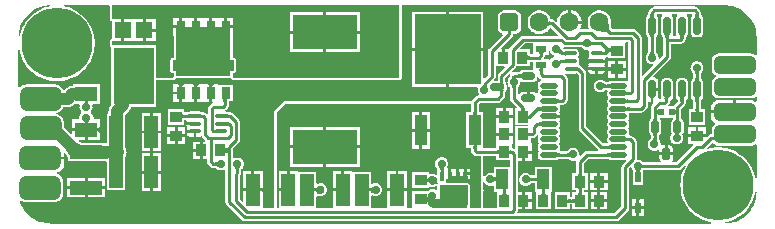
<source format=gtl>
G04*
G04 #@! TF.GenerationSoftware,Altium Limited,Altium Designer,21.9.2 (33)*
G04*
G04 Layer_Physical_Order=1*
G04 Layer_Color=255*
%FSLAX44Y44*%
%MOMM*%
G71*
G04*
G04 #@! TF.SameCoordinates,8E8D2D65-0791-42D9-92B5-5118B9BC109D*
G04*
G04*
G04 #@! TF.FilePolarity,Positive*
G04*
G01*
G75*
%ADD10C,0.2500*%
%ADD46R,0.6000X0.6000*%
%ADD47R,0.5000X0.9000*%
G04:AMPARAMS|DCode=48|XSize=3.5mm|YSize=1.5mm|CornerRadius=0.375mm|HoleSize=0mm|Usage=FLASHONLY|Rotation=180.000|XOffset=0mm|YOffset=0mm|HoleType=Round|Shape=RoundedRectangle|*
%AMROUNDEDRECTD48*
21,1,3.5000,0.7500,0,0,180.0*
21,1,2.7500,1.5000,0,0,180.0*
1,1,0.7500,-1.3750,0.3750*
1,1,0.7500,1.3750,0.3750*
1,1,0.7500,1.3750,-0.3750*
1,1,0.7500,-1.3750,-0.3750*
%
%ADD48ROUNDEDRECTD48*%
%ADD49R,0.3500X0.3500*%
G04:AMPARAMS|DCode=50|XSize=0.95mm|YSize=0.4mm|CornerRadius=0.1mm|HoleSize=0mm|Usage=FLASHONLY|Rotation=0.000|XOffset=0mm|YOffset=0mm|HoleType=Round|Shape=RoundedRectangle|*
%AMROUNDEDRECTD50*
21,1,0.9500,0.2000,0,0,0.0*
21,1,0.7500,0.4000,0,0,0.0*
1,1,0.2000,0.3750,-0.1000*
1,1,0.2000,-0.3750,-0.1000*
1,1,0.2000,-0.3750,0.1000*
1,1,0.2000,0.3750,0.1000*
%
%ADD50ROUNDEDRECTD50*%
%ADD51R,1.1500X2.7000*%
%ADD52R,0.9000X1.0000*%
%ADD53R,1.0000X0.9500*%
%ADD54R,0.7500X1.0000*%
%ADD55R,1.0000X1.7500*%
%ADD56R,3.3600X4.8600*%
%ADD57R,1.3900X1.4000*%
%ADD58R,0.9500X0.6000*%
%ADD59R,0.9500X1.0000*%
%ADD60R,1.8500X1.2500*%
%ADD61R,2.7000X1.1500*%
G04:AMPARAMS|DCode=62|XSize=0.6mm|YSize=1.55mm|CornerRadius=0.15mm|HoleSize=0mm|Usage=FLASHONLY|Rotation=0.000|XOffset=0mm|YOffset=0mm|HoleType=Round|Shape=RoundedRectangle|*
%AMROUNDEDRECTD62*
21,1,0.6000,1.2500,0,0,0.0*
21,1,0.3000,1.5500,0,0,0.0*
1,1,0.3000,0.1500,-0.6250*
1,1,0.3000,-0.1500,-0.6250*
1,1,0.3000,-0.1500,0.6250*
1,1,0.3000,0.1500,0.6250*
%
%ADD62ROUNDEDRECTD62*%
G04:AMPARAMS|DCode=63|XSize=1.05mm|YSize=0.65mm|CornerRadius=0.1625mm|HoleSize=0mm|Usage=FLASHONLY|Rotation=270.000|XOffset=0mm|YOffset=0mm|HoleType=Round|Shape=RoundedRectangle|*
%AMROUNDEDRECTD63*
21,1,1.0500,0.3250,0,0,270.0*
21,1,0.7250,0.6500,0,0,270.0*
1,1,0.3250,-0.1625,-0.3625*
1,1,0.3250,-0.1625,0.3625*
1,1,0.3250,0.1625,0.3625*
1,1,0.3250,0.1625,-0.3625*
%
%ADD63ROUNDEDRECTD63*%
%ADD64R,5.5500X5.9000*%
%ADD65R,1.0000X2.6500*%
%ADD66R,5.4000X2.9000*%
G04:AMPARAMS|DCode=67|XSize=1.15mm|YSize=0.6mm|CornerRadius=0.15mm|HoleSize=0mm|Usage=FLASHONLY|Rotation=180.000|XOffset=0mm|YOffset=0mm|HoleType=Round|Shape=RoundedRectangle|*
%AMROUNDEDRECTD67*
21,1,1.1500,0.3000,0,0,180.0*
21,1,0.8500,0.6000,0,0,180.0*
1,1,0.3000,-0.4250,0.1500*
1,1,0.3000,0.4250,0.1500*
1,1,0.3000,0.4250,-0.1500*
1,1,0.3000,-0.4250,-0.1500*
%
%ADD67ROUNDEDRECTD67*%
G04:AMPARAMS|DCode=68|XSize=3.5mm|YSize=2mm|CornerRadius=0.5mm|HoleSize=0mm|Usage=FLASHONLY|Rotation=180.000|XOffset=0mm|YOffset=0mm|HoleType=Round|Shape=RoundedRectangle|*
%AMROUNDEDRECTD68*
21,1,3.5000,1.0000,0,0,180.0*
21,1,2.5000,2.0000,0,0,180.0*
1,1,1.0000,-1.2500,0.5000*
1,1,1.0000,1.2500,0.5000*
1,1,1.0000,1.2500,-0.5000*
1,1,1.0000,-1.2500,-0.5000*
%
%ADD68ROUNDEDRECTD68*%
G04:AMPARAMS|DCode=69|XSize=0.45mm|YSize=1.45mm|CornerRadius=0.1125mm|HoleSize=0mm|Usage=FLASHONLY|Rotation=90.000|XOffset=0mm|YOffset=0mm|HoleType=Round|Shape=RoundedRectangle|*
%AMROUNDEDRECTD69*
21,1,0.4500,1.2250,0,0,90.0*
21,1,0.2250,1.4500,0,0,90.0*
1,1,0.2250,0.6125,0.1125*
1,1,0.2250,0.6125,-0.1125*
1,1,0.2250,-0.6125,-0.1125*
1,1,0.2250,-0.6125,0.1125*
%
%ADD69ROUNDEDRECTD69*%
%ADD70C,0.8000*%
%ADD71C,1.0000*%
%ADD72C,0.2540*%
%ADD73C,6.0000*%
%ADD74C,1.6000*%
G04:AMPARAMS|DCode=75|XSize=1.6mm|YSize=1.6mm|CornerRadius=0.4mm|HoleSize=0mm|Usage=FLASHONLY|Rotation=0.000|XOffset=0mm|YOffset=0mm|HoleType=Round|Shape=RoundedRectangle|*
%AMROUNDEDRECTD75*
21,1,1.6000,0.8000,0,0,0.0*
21,1,0.8000,1.6000,0,0,0.0*
1,1,0.8000,0.4000,-0.4000*
1,1,0.8000,-0.4000,-0.4000*
1,1,0.8000,-0.4000,0.4000*
1,1,0.8000,0.4000,0.4000*
%
%ADD75ROUNDEDRECTD75*%
%ADD76C,0.7000*%
%ADD77C,1.0000*%
G36*
X1042262Y734693D02*
X1042361Y733757D01*
X1042447Y733377D01*
X1042558Y733055D01*
X1042694Y732792D01*
X1042854Y732587D01*
X1043039Y732441D01*
X1043249Y732353D01*
X1043483Y732324D01*
X1038517D01*
X1038751Y732353D01*
X1038961Y732441D01*
X1039146Y732587D01*
X1039306Y732792D01*
X1039442Y733055D01*
X1039553Y733377D01*
X1039639Y733757D01*
X1039701Y734195D01*
X1039738Y734693D01*
X1039750Y735248D01*
X1042250D01*
X1042262Y734693D01*
D02*
G37*
G36*
X1004162D02*
X1004261Y733757D01*
X1004347Y733377D01*
X1004458Y733055D01*
X1004594Y732792D01*
X1004754Y732587D01*
X1004939Y732441D01*
X1005149Y732353D01*
X1005383Y732324D01*
X1000417D01*
X1000651Y732353D01*
X1000861Y732441D01*
X1001046Y732587D01*
X1001206Y732792D01*
X1001342Y733055D01*
X1001453Y733377D01*
X1001539Y733757D01*
X1001601Y734195D01*
X1001638Y734693D01*
X1001650Y735248D01*
X1004150D01*
X1004162Y734693D01*
D02*
G37*
G36*
X915452Y729667D02*
X915580Y729412D01*
X915744Y729188D01*
X915943Y728993D01*
X916178Y728829D01*
X916449Y728694D01*
X916755Y728589D01*
X917096Y728514D01*
X917473Y728470D01*
X917886Y728455D01*
Y725955D01*
X917423Y725941D01*
X916996Y725899D01*
X916603Y725828D01*
X916244Y725730D01*
X915920Y725604D01*
X915631Y725450D01*
X915376Y725268D01*
X915156Y725057D01*
X914970Y724819D01*
X914819Y724553D01*
X915358Y729951D01*
X915452Y729667D01*
D02*
G37*
G36*
X966298Y726284D02*
X966282Y725373D01*
X966319Y724519D01*
X966407Y723722D01*
X966548Y722982D01*
X966741Y722298D01*
X966986Y721672D01*
X967283Y721102D01*
X967633Y720590D01*
X968034Y720134D01*
X966266Y718366D01*
X965810Y718767D01*
X965298Y719117D01*
X964728Y719414D01*
X964102Y719659D01*
X963418Y719852D01*
X962678Y719992D01*
X961881Y720081D01*
X961027Y720118D01*
X960116Y720102D01*
X959148Y720035D01*
X966365Y727252D01*
X966298Y726284D01*
D02*
G37*
G36*
X883854Y720006D02*
X883728Y719946D01*
X883616Y719844D01*
X883519Y719702D01*
X883437Y719520D01*
X883369Y719297D01*
X883317Y719034D01*
X883280Y718730D01*
X883257Y718385D01*
X883250Y718000D01*
X880750D01*
X880742Y718385D01*
X880683Y719034D01*
X880631Y719297D01*
X880563Y719520D01*
X880481Y719702D01*
X880384Y719844D01*
X880272Y719946D01*
X880146Y720006D01*
X880004Y720027D01*
X883996D01*
X883854Y720006D01*
D02*
G37*
G36*
X1024294Y733786D02*
X1024301Y733722D01*
X1023876Y733204D01*
X1023551Y732596D01*
X1023351Y731936D01*
X1023283Y731250D01*
Y718750D01*
X1023351Y718064D01*
X1023551Y717404D01*
X1023618Y717278D01*
X1023051Y716278D01*
X1020849D01*
X1020282Y717278D01*
X1020349Y717404D01*
X1020549Y718064D01*
X1020617Y718750D01*
Y731250D01*
X1020549Y731936D01*
X1020349Y732596D01*
X1020024Y733204D01*
X1019599Y733722D01*
X1019606Y733786D01*
X1019963Y734722D01*
X1023937D01*
X1024294Y733786D01*
D02*
G37*
G36*
X493117Y741457D02*
X491524Y741140D01*
X489104Y740457D01*
X486745Y739587D01*
X484461Y738534D01*
X482267Y737306D01*
X480176Y735909D01*
X478202Y734352D01*
X476355Y732645D01*
X474648Y730798D01*
X473092Y728824D01*
X471694Y726733D01*
X470466Y724539D01*
X469413Y722255D01*
X468543Y719896D01*
X467860Y717476D01*
X467543Y715883D01*
X466548Y716003D01*
X466608Y717396D01*
X466922Y719775D01*
X467441Y722116D01*
X468162Y724404D01*
X469080Y726620D01*
X470188Y728748D01*
X471477Y730771D01*
X472937Y732674D01*
X474557Y734443D01*
X476326Y736063D01*
X478229Y737523D01*
X480252Y738812D01*
X482380Y739920D01*
X484596Y740838D01*
X486884Y741559D01*
X489225Y742078D01*
X491604Y742392D01*
X492997Y742452D01*
X493117Y741457D01*
D02*
G37*
G36*
X1066396Y742392D02*
X1068775Y742078D01*
X1071117Y741559D01*
X1073404Y740838D01*
X1075620Y739920D01*
X1077748Y738812D01*
X1079771Y737523D01*
X1081674Y736063D01*
X1083443Y734443D01*
X1085063Y732674D01*
X1086524Y730771D01*
X1087812Y728748D01*
X1088920Y726620D01*
X1089838Y724404D01*
X1090559Y722116D01*
X1091078Y719775D01*
X1091392Y717396D01*
X1091492Y715101D01*
X1091478Y715000D01*
Y700593D01*
X1090478Y700128D01*
X1089960Y700554D01*
X1088961Y701088D01*
X1087877Y701417D01*
X1086750Y701528D01*
X1059250D01*
X1058123Y701417D01*
X1057039Y701088D01*
X1056040Y700554D01*
X1055164Y699836D01*
X1054446Y698960D01*
X1053912Y697961D01*
X1053583Y696877D01*
X1053472Y695750D01*
Y688250D01*
X1053583Y687123D01*
X1053912Y686039D01*
X1054446Y685040D01*
X1055164Y684165D01*
X1056040Y683446D01*
X1056775Y683053D01*
X1056874Y682691D01*
Y682309D01*
X1056775Y681947D01*
X1056040Y681554D01*
X1055164Y680835D01*
X1054446Y679960D01*
X1053912Y678961D01*
X1053583Y677877D01*
X1053472Y676750D01*
Y669250D01*
X1053583Y668123D01*
X1053912Y667039D01*
X1054446Y666040D01*
X1055164Y665164D01*
X1056040Y664446D01*
X1057039Y663912D01*
X1058123Y663583D01*
X1059250Y663472D01*
X1086750D01*
X1087877Y663583D01*
X1088961Y663912D01*
X1089960Y664446D01*
X1090478Y664871D01*
X1091478Y664407D01*
Y661246D01*
X1090478Y660785D01*
X1090435Y660822D01*
X1089596Y661336D01*
X1088687Y661712D01*
X1087731Y661942D01*
X1086750Y662019D01*
X1074250D01*
Y652000D01*
X1073000D01*
Y650750D01*
X1052981D01*
Y648250D01*
X1053058Y647269D01*
X1053288Y646313D01*
X1053664Y645404D01*
X1054178Y644565D01*
X1054817Y643817D01*
X1055565Y643178D01*
X1056213Y642781D01*
X1056312Y642139D01*
X1056228Y641655D01*
X1056040Y641554D01*
X1055164Y640835D01*
X1054446Y639960D01*
X1053912Y638961D01*
X1053583Y637877D01*
X1053472Y636750D01*
Y633146D01*
X1053214D01*
X1052366Y633035D01*
X1051575Y632707D01*
X1050897Y632186D01*
X1049424Y630714D01*
X1049336Y630750D01*
X1033500D01*
Y624750D01*
X1037700D01*
X1038114Y623750D01*
X1023642Y609278D01*
X1020270D01*
X1019830Y610278D01*
X1020071Y610572D01*
X1020454Y611289D01*
X1020690Y612066D01*
X1020770Y612875D01*
Y615250D01*
X1009230D01*
Y612875D01*
X1009310Y612066D01*
X1009546Y611289D01*
X1009929Y610572D01*
X1010170Y610278D01*
X1009730Y609278D01*
X995425D01*
X994908Y609908D01*
X994070Y610595D01*
X993115Y611106D01*
X992078Y611420D01*
X991007Y611526D01*
X990917Y611536D01*
X990028Y612436D01*
Y626535D01*
X989916Y627384D01*
X989589Y628175D01*
X989068Y628853D01*
X986853Y631068D01*
X986174Y631589D01*
X985384Y631916D01*
X984536Y632028D01*
X984172D01*
X984115Y632065D01*
X983617Y632766D01*
X983560Y633044D01*
X983670Y633309D01*
X983777Y634125D01*
Y636375D01*
X983670Y637191D01*
X983355Y637951D01*
X982933Y638500D01*
X983355Y639049D01*
X983670Y639809D01*
X983777Y640625D01*
Y642875D01*
X983670Y643691D01*
X983355Y644451D01*
X982933Y645000D01*
X983355Y645549D01*
X983670Y646309D01*
X983777Y647125D01*
Y649375D01*
X983670Y650191D01*
X983560Y650456D01*
X983617Y650734D01*
X984115Y651436D01*
X984172Y651472D01*
X993750D01*
X994598Y651584D01*
X995389Y651911D01*
X996068Y652432D01*
X998318Y654682D01*
X998839Y655361D01*
X999166Y656152D01*
X999278Y657000D01*
Y660321D01*
X1000278Y660910D01*
X1000616Y660808D01*
X1001400Y660731D01*
X1001650D01*
Y671000D01*
X1002900D01*
Y672250D01*
X1008419D01*
Y677250D01*
X1008342Y678034D01*
X1008113Y678788D01*
X1007742Y679483D01*
X1007242Y680092D01*
X1006633Y680592D01*
X1005938Y680963D01*
X1005184Y681192D01*
X1004400Y681269D01*
X1004212D01*
X1003829Y682193D01*
X1017918Y696282D01*
X1018439Y696961D01*
X1018766Y697752D01*
X1018878Y698600D01*
Y709722D01*
X1026835D01*
X1027684Y709834D01*
X1028475Y710161D01*
X1029153Y710682D01*
X1030618Y712147D01*
X1031139Y712825D01*
X1031466Y713616D01*
X1031578Y714464D01*
Y715212D01*
X1031606Y715589D01*
X1031630Y715760D01*
X1031754Y715826D01*
X1032287Y716263D01*
X1032724Y716796D01*
X1033049Y717404D01*
X1033249Y718064D01*
X1033317Y718750D01*
Y731250D01*
X1033249Y731936D01*
X1033049Y732596D01*
X1032724Y733204D01*
X1032299Y733722D01*
X1032306Y733786D01*
X1032663Y734722D01*
X1036637D01*
X1036994Y733786D01*
X1037001Y733722D01*
X1036576Y733204D01*
X1036251Y732596D01*
X1036051Y731936D01*
X1035983Y731250D01*
Y718750D01*
X1036051Y718064D01*
X1036251Y717404D01*
X1036576Y716796D01*
X1037013Y716263D01*
X1037546Y715826D01*
X1038154Y715501D01*
X1038814Y715301D01*
X1039500Y715233D01*
X1042500D01*
X1043186Y715301D01*
X1043846Y715501D01*
X1044454Y715826D01*
X1044987Y716263D01*
X1045424Y716796D01*
X1045749Y717404D01*
X1045949Y718064D01*
X1046017Y718750D01*
Y731250D01*
X1045949Y731936D01*
X1045749Y732596D01*
X1045424Y733204D01*
X1044987Y733737D01*
X1044454Y734174D01*
X1044339Y734236D01*
X1044278Y734813D01*
Y736000D01*
X1044166Y736848D01*
X1043839Y737639D01*
X1043318Y738318D01*
X1041318Y740318D01*
X1040639Y740839D01*
X1039848Y741166D01*
X1039000Y741278D01*
X1005000D01*
X1004152Y741166D01*
X1003361Y740839D01*
X1002682Y740318D01*
X1000582Y738218D01*
X1000061Y737539D01*
X999734Y736748D01*
X999622Y735900D01*
Y734788D01*
X999594Y734411D01*
X999570Y734240D01*
X999446Y734174D01*
X998913Y733737D01*
X998476Y733204D01*
X998151Y732596D01*
X997951Y731936D01*
X997883Y731250D01*
Y718750D01*
X997951Y718064D01*
X998151Y717404D01*
X998476Y716796D01*
X998913Y716263D01*
X999446Y715826D01*
X999623Y715731D01*
X999644Y715581D01*
X999672Y715208D01*
Y703137D01*
X999656Y702992D01*
X999626Y702835D01*
X999586Y702688D01*
X999536Y702551D01*
X999475Y702418D01*
X999401Y702286D01*
X999313Y702155D01*
X999206Y702021D01*
X999132Y701941D01*
X999092Y701908D01*
X998405Y701070D01*
X997894Y700115D01*
X997580Y699078D01*
X997473Y698000D01*
X997580Y696922D01*
X997894Y695885D01*
X998405Y694930D01*
X999092Y694092D01*
X999930Y693405D01*
X1000885Y692894D01*
X1001922Y692580D01*
X1003000Y692473D01*
X1003470Y692520D01*
X1003924Y691560D01*
X995202Y682838D01*
X994278Y683220D01*
Y715000D01*
X994166Y715848D01*
X993839Y716639D01*
X993318Y717318D01*
X989068Y721568D01*
X988389Y722089D01*
X987598Y722416D01*
X986750Y722528D01*
X968818D01*
X968656Y722941D01*
X968514Y723445D01*
X968404Y724023D01*
X968331Y724674D01*
X968300Y725400D01*
X968314Y726197D01*
X968377Y727112D01*
X968373Y727182D01*
X968382Y727252D01*
X968376Y727302D01*
X968421Y728000D01*
X968336Y729308D01*
X968080Y730594D01*
X967659Y731835D01*
X967079Y733011D01*
X966350Y734101D01*
X965486Y735086D01*
X964501Y735950D01*
X963411Y736679D01*
X962235Y737259D01*
X960994Y737680D01*
X959708Y737936D01*
X958400Y738021D01*
X957092Y737936D01*
X955806Y737680D01*
X954565Y737259D01*
X953389Y736679D01*
X952299Y735950D01*
X951314Y735086D01*
X950449Y734101D01*
X949721Y733011D01*
X949141Y731835D01*
X948720Y730594D01*
X948464Y729308D01*
X948379Y728000D01*
X948464Y726692D01*
X948720Y725406D01*
X949141Y724165D01*
X949579Y723278D01*
X949131Y722278D01*
X942989D01*
X942379Y723278D01*
X942721Y723973D01*
X943164Y725277D01*
X943432Y726627D01*
X943441Y726750D01*
X933000D01*
Y728000D01*
X931750D01*
Y738441D01*
X931627Y738432D01*
X930277Y738164D01*
X928973Y737721D01*
X927739Y737113D01*
X926594Y736348D01*
X925559Y735441D01*
X924652Y734406D01*
X923887Y733261D01*
X923279Y732027D01*
X922836Y730723D01*
X922568Y729373D01*
X922518Y728622D01*
X921491Y728235D01*
X920203Y729522D01*
X919525Y730043D01*
X918734Y730371D01*
X917886Y730483D01*
X917628D01*
X917432Y730506D01*
X917299Y730535D01*
X917291Y730538D01*
X917280Y730594D01*
X916859Y731835D01*
X916279Y733011D01*
X915551Y734101D01*
X914686Y735086D01*
X913701Y735950D01*
X912611Y736679D01*
X911435Y737259D01*
X910194Y737680D01*
X908908Y737936D01*
X907600Y738021D01*
X906292Y737936D01*
X905006Y737680D01*
X903765Y737259D01*
X902589Y736679D01*
X901499Y735950D01*
X900514Y735086D01*
X899649Y734101D01*
X898921Y733011D01*
X898341Y731835D01*
X897920Y730594D01*
X897664Y729308D01*
X897579Y728000D01*
X897664Y726692D01*
X897920Y725406D01*
X898341Y724165D01*
X898921Y722989D01*
X899649Y721899D01*
X900514Y720914D01*
X901499Y720049D01*
X902589Y719321D01*
X903765Y718741D01*
X905006Y718320D01*
X906292Y718064D01*
X907600Y717979D01*
X908908Y718064D01*
X910194Y718320D01*
X911435Y718741D01*
X912611Y719321D01*
X913701Y720049D01*
X914686Y720914D01*
X915551Y721899D01*
X916188Y722853D01*
X916625Y723004D01*
X917417Y723037D01*
X923002Y717452D01*
X922620Y716528D01*
X893886D01*
X893037Y716416D01*
X892247Y716089D01*
X891568Y715568D01*
X882682Y706682D01*
X882161Y706003D01*
X881952Y705499D01*
X878248D01*
Y697999D01*
X875748D01*
Y705499D01*
X875441D01*
X875059Y706423D01*
X884318Y715682D01*
X884839Y716361D01*
X885166Y717152D01*
X885274Y717971D01*
X886200D01*
X887376Y718087D01*
X888507Y718430D01*
X889549Y718987D01*
X890463Y719737D01*
X891213Y720650D01*
X891770Y721693D01*
X892113Y722824D01*
X892229Y724000D01*
Y732000D01*
X892113Y733176D01*
X891770Y734307D01*
X891213Y735350D01*
X890463Y736263D01*
X889549Y737013D01*
X888507Y737570D01*
X887376Y737913D01*
X886200Y738029D01*
X878200D01*
X877024Y737913D01*
X875893Y737570D01*
X874850Y737013D01*
X873937Y736263D01*
X873187Y735350D01*
X872630Y734307D01*
X872287Y733176D01*
X872171Y732000D01*
Y724000D01*
X872287Y722824D01*
X872630Y721693D01*
X873187Y720650D01*
X873937Y719737D01*
X874850Y718987D01*
X875893Y718430D01*
X876266Y718316D01*
X876550Y717186D01*
X864915Y705551D01*
X864394Y704872D01*
X864067Y704082D01*
X863955Y703233D01*
Y683270D01*
X861174Y680488D01*
X860250Y680871D01*
Y703750D01*
X831250D01*
Y673000D01*
X854823D01*
X855419Y672197D01*
X855355Y671985D01*
X855249Y670907D01*
X855355Y669828D01*
X855669Y668792D01*
X856180Y667836D01*
X856609Y667314D01*
X856189Y666314D01*
X856036D01*
X855187Y666202D01*
X854397Y665874D01*
X853718Y665353D01*
X850718Y662353D01*
X850197Y661674D01*
X849914Y660992D01*
X849722Y661017D01*
X692000D01*
X691478Y660948D01*
X690991Y660747D01*
X690574Y660426D01*
X690574Y660426D01*
X683574Y653426D01*
X683253Y653009D01*
X683052Y652522D01*
X682983Y652000D01*
Y570564D01*
X682952Y570528D01*
X673250D01*
Y584750D01*
X656750D01*
Y576346D01*
X655826Y575964D01*
X653872Y577918D01*
Y598142D01*
X654068Y598338D01*
X654589Y599017D01*
X654916Y599808D01*
X655028Y600656D01*
Y602841D01*
X655044Y602985D01*
X655074Y603140D01*
X655113Y603282D01*
X655163Y603416D01*
X655223Y603545D01*
X655296Y603671D01*
X655383Y603798D01*
X655488Y603927D01*
X655598Y604043D01*
X655658Y604092D01*
X656345Y604930D01*
X656856Y605885D01*
X657170Y606922D01*
X657277Y608000D01*
X657170Y609078D01*
X656856Y610115D01*
X656345Y611070D01*
X655658Y611908D01*
X654820Y612595D01*
X653865Y613106D01*
X652828Y613420D01*
X651750Y613527D01*
X650672Y613420D01*
X649635Y613106D01*
X649278Y612915D01*
X648278Y613515D01*
Y621142D01*
X652912Y625776D01*
X653433Y626455D01*
X653760Y627246D01*
X653872Y628094D01*
Y643456D01*
X653760Y644304D01*
X653433Y645095D01*
X652912Y645774D01*
X647868Y650818D01*
X647189Y651339D01*
X646398Y651666D01*
X645550Y651778D01*
X644759D01*
X644572Y651788D01*
X644008Y651852D01*
X643818Y651888D01*
X643640Y651932D01*
X643494Y651978D01*
X643401Y652015D01*
X643263Y652121D01*
X642533Y652423D01*
X641750Y652526D01*
X641516Y653107D01*
X641495Y653526D01*
X642061Y653960D01*
X643525Y655424D01*
X644046Y656103D01*
X644373Y656894D01*
X644485Y657742D01*
Y660954D01*
X644494Y661050D01*
X647800D01*
Y675050D01*
X636393Y675050D01*
X635600Y675550D01*
X635507Y675550D01*
X630600D01*
Y668050D01*
Y660550D01*
X631512D01*
X631526Y659556D01*
X630678Y659444D01*
X629887Y659117D01*
X629208Y658596D01*
X627682Y657069D01*
X627161Y656391D01*
X626834Y655600D01*
X626722Y654752D01*
Y650693D01*
X625798Y650310D01*
X625290Y650818D01*
X624612Y651339D01*
X623821Y651666D01*
X622973Y651778D01*
X622508D01*
X622265Y651783D01*
X621732Y651827D01*
X621625Y651843D01*
X621263Y652121D01*
X620533Y652423D01*
X619750Y652526D01*
X612250D01*
X611467Y652423D01*
X610737Y652121D01*
X610599Y652015D01*
X610505Y651978D01*
X610388Y651941D01*
X609942Y651844D01*
X609746Y651817D01*
X609200Y651778D01*
X607096D01*
X607000Y651786D01*
Y654750D01*
X593000D01*
Y641250D01*
X607000D01*
Y645214D01*
X607096Y645222D01*
X608335D01*
X608783Y644632D01*
X608963Y644222D01*
X608801Y643686D01*
X608758Y643250D01*
X616000D01*
Y640750D01*
X608758D01*
X608801Y640314D01*
X609001Y639654D01*
X609326Y639046D01*
X609569Y638750D01*
X609326Y638454D01*
X609001Y637846D01*
X608801Y637186D01*
X608758Y636750D01*
X616000D01*
Y635500D01*
X617250D01*
Y630983D01*
X619750D01*
X620436Y631051D01*
X621096Y631251D01*
X621421Y631424D01*
X621598Y631361D01*
X622119Y630682D01*
X624837Y627965D01*
X624831Y627835D01*
X624487Y626964D01*
X622600D01*
Y619464D01*
Y611964D01*
X626072D01*
Y610176D01*
X626184Y609328D01*
X626511Y608537D01*
X627032Y607858D01*
X629208Y605682D01*
X629887Y605161D01*
X630678Y604834D01*
X631526Y604722D01*
X632841D01*
X632985Y604706D01*
X633140Y604676D01*
X633282Y604637D01*
X633416Y604587D01*
X633545Y604527D01*
X633671Y604454D01*
X633798Y604367D01*
X633927Y604262D01*
X634043Y604152D01*
X634092Y604092D01*
X634930Y603405D01*
X635885Y602894D01*
X636922Y602580D01*
X638000Y602473D01*
X639078Y602580D01*
X640115Y602894D01*
X640722Y603219D01*
X641722Y602742D01*
Y575790D01*
X641834Y574941D01*
X642161Y574151D01*
X642682Y573472D01*
X655722Y560432D01*
X656401Y559911D01*
X657191Y559584D01*
X658040Y559472D01*
X972500D01*
X973348Y559584D01*
X974139Y559911D01*
X974818Y560432D01*
X982603Y568218D01*
X983124Y568896D01*
X983452Y569687D01*
X983564Y570536D01*
Y603928D01*
X984661Y605026D01*
X985671Y604621D01*
X985894Y603885D01*
X986405Y602930D01*
X986500Y602814D01*
Y590500D01*
X995500D01*
Y602722D01*
X1025000D01*
X1025848Y602834D01*
X1026639Y603161D01*
X1027318Y603682D01*
X1030777Y607141D01*
X1031582Y606532D01*
X1030466Y604539D01*
X1029413Y602255D01*
X1028543Y599896D01*
X1027860Y597476D01*
X1027370Y595010D01*
X1027074Y592513D01*
X1026975Y590000D01*
X1027074Y587487D01*
X1027370Y584990D01*
X1027860Y582524D01*
X1028543Y580104D01*
X1029413Y577745D01*
X1030466Y575461D01*
X1031694Y573267D01*
X1033092Y571176D01*
X1034648Y569202D01*
X1036355Y567355D01*
X1038202Y565648D01*
X1040176Y564091D01*
X1042267Y562695D01*
X1044461Y561466D01*
X1046745Y560413D01*
X1049104Y559543D01*
X1051524Y558860D01*
X1053244Y558518D01*
X1053145Y557518D01*
X495000Y557518D01*
X494026Y557518D01*
X494000Y557522D01*
X493010Y557547D01*
X491604Y557608D01*
X489225Y557922D01*
X486884Y558441D01*
X484596Y559162D01*
X482380Y560080D01*
X480252Y561188D01*
X478229Y562477D01*
X476326Y563937D01*
X474557Y565557D01*
X472937Y567326D01*
X471477Y569229D01*
X470188Y571252D01*
X469080Y573380D01*
X468162Y575596D01*
X467896Y576438D01*
X468738Y577096D01*
X469312Y576744D01*
X470330Y576322D01*
X471401Y576065D01*
X472500Y575978D01*
X497500D01*
X498598Y576065D01*
X499670Y576322D01*
X500688Y576744D01*
X501627Y577319D01*
X502465Y578035D01*
X503181Y578873D01*
X503756Y579812D01*
X504178Y580830D01*
X504435Y581902D01*
X504522Y583000D01*
Y593000D01*
X504435Y594098D01*
X504178Y595170D01*
X503756Y596188D01*
X503181Y597127D01*
X502465Y597965D01*
X501627Y598681D01*
X500688Y599256D01*
X499670Y599678D01*
X499459Y599729D01*
X499459Y600757D01*
X499825Y600845D01*
X500915Y601297D01*
X501922Y601914D01*
X502820Y602680D01*
X503586Y603578D01*
X504203Y604585D01*
X504655Y605675D01*
X504930Y606823D01*
X505023Y608000D01*
Y611750D01*
X485000D01*
Y614250D01*
X505023D01*
Y617635D01*
X506023Y617965D01*
X506328Y617553D01*
X507034Y616469D01*
X507595Y615460D01*
X508015Y614532D01*
X508299Y613691D01*
X508458Y612942D01*
X508500Y612383D01*
Y610250D01*
X539500D01*
Y610615D01*
X540522Y610675D01*
X541250Y609989D01*
Y585500D01*
X556750D01*
Y613986D01*
X557256Y614812D01*
X557678Y615830D01*
X557935Y616902D01*
X558022Y618000D01*
X557935Y619098D01*
X557678Y620170D01*
X557256Y621188D01*
X556750Y622014D01*
Y635475D01*
X556772Y635750D01*
Y649784D01*
X559758Y652770D01*
X560473Y653608D01*
X561049Y654547D01*
X561471Y655565D01*
X561558Y655930D01*
X582800D01*
Y678983D01*
X597403D01*
X597407Y678983D01*
X597410Y678983D01*
X597668Y679018D01*
X597925Y679052D01*
X597929Y679053D01*
X597932Y679053D01*
X598172Y679154D01*
X598412Y679253D01*
X598415Y679255D01*
X598418Y679257D01*
X598624Y679416D01*
X598829Y679574D01*
X598832Y679576D01*
X598835Y679579D01*
X599109Y679855D01*
X599428Y680274D01*
X599700Y680749D01*
X600200Y680683D01*
X645800D01*
X646300Y680749D01*
X646572Y680274D01*
X646891Y679855D01*
X646891Y679855D01*
X647165Y679579D01*
X647168Y679576D01*
X647170Y679574D01*
X647375Y679416D01*
X647582Y679257D01*
X647585Y679255D01*
X647588Y679253D01*
X647828Y679154D01*
X648068Y679053D01*
X648071Y679053D01*
X648075Y679052D01*
X648332Y679018D01*
X648590Y678983D01*
X648593Y678983D01*
X648597Y678983D01*
X789000D01*
X789522Y679052D01*
X790009Y679253D01*
X790426Y679574D01*
X790747Y679991D01*
X790948Y680478D01*
X791017Y681000D01*
Y742448D01*
X791041Y742475D01*
X1064000Y742475D01*
X1064121Y742491D01*
X1066396Y742392D01*
D02*
G37*
G36*
X1030549Y717647D02*
X1030339Y717559D01*
X1030154Y717413D01*
X1029994Y717208D01*
X1029858Y716945D01*
X1029747Y716623D01*
X1029661Y716243D01*
X1029599Y715805D01*
X1029562Y715307D01*
X1029550Y714752D01*
X1027050D01*
X1027038Y715307D01*
X1026939Y716243D01*
X1026853Y716623D01*
X1026742Y716945D01*
X1026606Y717208D01*
X1026446Y717413D01*
X1026261Y717559D01*
X1026051Y717647D01*
X1025817Y717676D01*
X1030783D01*
X1030549Y717647D01*
D02*
G37*
G36*
X1017849D02*
X1017639Y717559D01*
X1017454Y717413D01*
X1017294Y717208D01*
X1017158Y716945D01*
X1017047Y716623D01*
X1016961Y716243D01*
X1016899Y715805D01*
X1016862Y715307D01*
X1016850Y714752D01*
X1014350D01*
X1014338Y715307D01*
X1014239Y716243D01*
X1014153Y716623D01*
X1014042Y716945D01*
X1013906Y717208D01*
X1013746Y717413D01*
X1013561Y717559D01*
X1013351Y717647D01*
X1013117Y717676D01*
X1018083D01*
X1017849Y717647D01*
D02*
G37*
G36*
X1005199Y717677D02*
X1004989Y717586D01*
X1004804Y717436D01*
X1004644Y717228D01*
X1004508Y716962D01*
X1004397Y716637D01*
X1004311Y716253D01*
X1004249Y715811D01*
X1004212Y715311D01*
X1004200Y714752D01*
X1001700D01*
X1001688Y715304D01*
X1001651Y715798D01*
X1001589Y716233D01*
X1001503Y716610D01*
X1001392Y716928D01*
X1001256Y717188D01*
X1001096Y717390D01*
X1000911Y717532D01*
X1000701Y717617D01*
X1000467Y717643D01*
X1005433Y717710D01*
X1005199Y717677D01*
D02*
G37*
G36*
X950790Y712172D02*
X951041Y711968D01*
X951302Y711788D01*
X951573Y711632D01*
X951855Y711500D01*
X952147Y711392D01*
X952450Y711308D01*
X952763Y711248D01*
X953086Y711212D01*
X953419Y711200D01*
Y708700D01*
X953086Y708688D01*
X952763Y708652D01*
X952450Y708592D01*
X952147Y708508D01*
X951855Y708400D01*
X951573Y708268D01*
X951302Y708112D01*
X951041Y707932D01*
X950790Y707728D01*
X950549Y707500D01*
Y712400D01*
X950790Y712172D01*
D02*
G37*
G36*
X945551Y707500D02*
X945310Y707728D01*
X945059Y707932D01*
X944798Y708112D01*
X944527Y708268D01*
X944245Y708400D01*
X943953Y708508D01*
X943650Y708592D01*
X943337Y708652D01*
X943014Y708688D01*
X942681Y708700D01*
Y711200D01*
X943014Y711212D01*
X943337Y711248D01*
X943650Y711308D01*
X943953Y711392D01*
X944245Y711500D01*
X944527Y711632D01*
X944798Y711788D01*
X945059Y711968D01*
X945310Y712172D01*
X945551Y712400D01*
Y707500D01*
D02*
G37*
G36*
X964825Y706967D02*
X965201Y706667D01*
X965591Y706402D01*
X965996Y706172D01*
X966415Y705977D01*
X966849Y705818D01*
X967222Y705716D01*
X967451Y705802D01*
X967660Y705919D01*
X967822Y706058D01*
X967938Y706218D01*
X968007Y706399D01*
X968030Y706601D01*
Y705576D01*
X968240Y705553D01*
X968732Y705536D01*
Y703036D01*
X968240Y703018D01*
X968030Y702995D01*
Y701970D01*
X968007Y702172D01*
X967938Y702353D01*
X967822Y702513D01*
X967660Y702652D01*
X967451Y702769D01*
X967222Y702855D01*
X966849Y702753D01*
X966415Y702594D01*
X965996Y702399D01*
X965591Y702169D01*
X965201Y701904D01*
X964825Y701604D01*
X964464Y701268D01*
X962929Y702107D01*
Y700250D01*
X962512Y700246D01*
X961486Y700178D01*
X961219Y700138D01*
X960990Y700088D01*
X960798Y700030D01*
X960644Y699963D01*
X960528Y699886D01*
X960449Y699801D01*
Y703199D01*
X960528Y703114D01*
X960644Y703037D01*
X960798Y702970D01*
X960990Y702912D01*
X961219Y702862D01*
X961486Y702822D01*
X962132Y702768D01*
X962399Y702762D01*
X962497Y702871D01*
X962745Y703225D01*
X962921Y703578D01*
X963027Y703932D01*
X963063Y704286D01*
X963027Y704639D01*
X962921Y704993D01*
X962745Y705346D01*
X962497Y705700D01*
X962179Y706053D01*
X964464Y707303D01*
X964825Y706967D01*
D02*
G37*
G36*
X902250Y701297D02*
X899626D01*
X899498Y701308D01*
Y704999D01*
X891577D01*
X891194Y705923D01*
X895244Y709972D01*
X902250D01*
Y701297D01*
D02*
G37*
G36*
X1004212Y703054D02*
X1004249Y702731D01*
X1004309Y702418D01*
X1004394Y702117D01*
X1004503Y701826D01*
X1004637Y701546D01*
X1004795Y701277D01*
X1004977Y701019D01*
X1005183Y700771D01*
X1005414Y700534D01*
X1000515Y700464D01*
X1000740Y700708D01*
X1000941Y700962D01*
X1001119Y701226D01*
X1001273Y701500D01*
X1001404Y701783D01*
X1001510Y702077D01*
X1001593Y702380D01*
X1001653Y702693D01*
X1001688Y703017D01*
X1001700Y703350D01*
X1004200Y703388D01*
X1004212Y703054D01*
D02*
G37*
G36*
X911263Y702471D02*
X911055Y702396D01*
X910871Y702271D01*
X910711Y702097D01*
X910576Y701872D01*
X910466Y701598D01*
X910380Y701273D01*
X910319Y700899D01*
X910282Y700474D01*
X910270Y700000D01*
X907730D01*
X907718Y700474D01*
X907681Y700899D01*
X907620Y701273D01*
X907534Y701598D01*
X907423Y701872D01*
X907289Y702097D01*
X907129Y702271D01*
X906945Y702396D01*
X906737Y702471D01*
X906504Y702496D01*
X911496D01*
X911263Y702471D01*
D02*
G37*
G36*
X925506Y705366D02*
X925598Y705049D01*
X925706Y704741D01*
X925831Y704444D01*
X925972Y704157D01*
X926130Y703879D01*
X926304Y703612D01*
X926495Y703355D01*
X926702Y703109D01*
X926925Y702872D01*
X926849Y702751D01*
X927214Y702757D01*
X927955Y702810D01*
X928294Y702856D01*
X928906Y702989D01*
X929179Y703075D01*
X929432Y703175D01*
X929662Y703287D01*
X929872Y703413D01*
Y699587D01*
X929662Y699713D01*
X929432Y699826D01*
X929179Y699925D01*
X928906Y700011D01*
X928610Y700084D01*
X928294Y700144D01*
X927595Y700223D01*
X927214Y700243D01*
X926811Y700250D01*
Y702690D01*
X925563Y700699D01*
X925313Y700930D01*
X925056Y701129D01*
X924792Y701297D01*
X924522Y701433D01*
X924245Y701537D01*
X923962Y701610D01*
X923672Y701651D01*
X923375Y701660D01*
X923072Y701638D01*
X922762Y701584D01*
X925431Y705694D01*
X925506Y705366D01*
D02*
G37*
G36*
X982722Y678890D02*
X981722Y678303D01*
X981441Y678420D01*
X980625Y678527D01*
X968375D01*
X967559Y678420D01*
X966799Y678105D01*
X966146Y677604D01*
X966082Y677520D01*
X966069Y677516D01*
X965919Y677480D01*
X965734Y677450D01*
X965155Y677403D01*
X964103D01*
X963956Y677419D01*
X963794Y677449D01*
X963643Y677489D01*
X963499Y677540D01*
X963359Y677603D01*
X963222Y677678D01*
X963083Y677768D01*
X962943Y677875D01*
X962913Y677901D01*
X962908Y677908D01*
X962880Y677931D01*
X962748Y678048D01*
X962689Y678088D01*
X962070Y678595D01*
X961115Y679106D01*
X960078Y679420D01*
X959000Y679527D01*
X957922Y679420D01*
X956885Y679106D01*
X955930Y678595D01*
X955092Y677908D01*
X954405Y677070D01*
X953894Y676115D01*
X953580Y675078D01*
X953473Y674000D01*
X953580Y672922D01*
X953894Y671885D01*
X954405Y670930D01*
X955092Y670092D01*
X955930Y669405D01*
X956885Y668894D01*
X957922Y668580D01*
X959000Y668473D01*
X960078Y668580D01*
X961115Y668894D01*
X962070Y669405D01*
X962908Y670092D01*
X963008Y670213D01*
X963023Y670225D01*
X963197Y670402D01*
X963315Y670504D01*
X963431Y670589D01*
X963546Y670658D01*
X963663Y670716D01*
X963786Y670763D01*
X963920Y670802D01*
X964067Y670831D01*
X964208Y670847D01*
X964735D01*
X965309Y670143D01*
X965385Y669822D01*
X965330Y669691D01*
X965223Y668875D01*
Y666625D01*
X965330Y665809D01*
X965645Y665049D01*
X966067Y664500D01*
X965645Y663951D01*
X965330Y663191D01*
X965223Y662375D01*
Y660125D01*
X965330Y659309D01*
X965645Y658549D01*
X966067Y658000D01*
X965645Y657451D01*
X965330Y656691D01*
X965223Y655875D01*
Y653625D01*
X965330Y652809D01*
X965645Y652049D01*
X966067Y651500D01*
X965645Y650951D01*
X965330Y650191D01*
X965223Y649375D01*
Y647125D01*
X965330Y646309D01*
X965645Y645549D01*
X966067Y645000D01*
X965645Y644451D01*
X965330Y643691D01*
X965223Y642875D01*
Y640625D01*
X965330Y639809D01*
X965645Y639049D01*
X966067Y638500D01*
X965645Y637951D01*
X965330Y637191D01*
X965223Y636375D01*
Y634125D01*
X965330Y633309D01*
X965645Y632549D01*
X966067Y632000D01*
X965645Y631451D01*
X965330Y630691D01*
X965223Y629875D01*
Y627625D01*
X965330Y626809D01*
X965440Y626544D01*
X965383Y626266D01*
X964886Y625564D01*
X964828Y625528D01*
X961108D01*
X947278Y639358D01*
Y684873D01*
X947166Y685721D01*
X946839Y686512D01*
X946318Y687191D01*
X942738Y690770D01*
X942059Y691292D01*
X941758Y691416D01*
X941000Y692000D01*
Y692657D01*
X941199Y693314D01*
X941267Y694000D01*
Y696000D01*
X941199Y696686D01*
X941000Y697343D01*
Y698000D01*
X940870D01*
X940261Y698845D01*
X940370Y698987D01*
X940673Y699717D01*
X940776Y700500D01*
Y702500D01*
X940673Y703283D01*
X940370Y704013D01*
X939890Y704640D01*
X939263Y705120D01*
X938533Y705423D01*
X937750Y705526D01*
X930250D01*
X929467Y705423D01*
X928812Y705152D01*
X927813Y705442D01*
X927588Y706071D01*
X928256Y706777D01*
X929050Y706672D01*
X942891D01*
X943035Y706656D01*
X943190Y706626D01*
X943332Y706587D01*
X943466Y706537D01*
X943595Y706477D01*
X943721Y706404D01*
X943848Y706317D01*
X943978Y706212D01*
X944092Y706103D01*
X944142Y706042D01*
X944980Y705355D01*
X945935Y704844D01*
X946972Y704530D01*
X948050Y704423D01*
X948803Y704498D01*
X948814Y704491D01*
X949371Y703819D01*
X949451Y703583D01*
X949327Y703283D01*
X949224Y702500D01*
Y700500D01*
X949327Y699717D01*
X949630Y698987D01*
X949917Y698613D01*
X949763Y698487D01*
X949326Y697954D01*
X949001Y697346D01*
X948919Y697078D01*
X948984Y697025D01*
X949243Y696848D01*
X949513Y696695D01*
X949793Y696565D01*
X950085Y696459D01*
X950358Y696384D01*
X950616Y696431D01*
X950914Y696502D01*
X951189Y696585D01*
X951440Y696682D01*
X951667Y696791D01*
X951872Y696913D01*
Y696250D01*
X960128D01*
Y696913D01*
X960338Y696787D01*
X960568Y696674D01*
X960821Y696575D01*
X961094Y696489D01*
X961390Y696416D01*
X961706Y696356D01*
X962405Y696276D01*
X962786Y696257D01*
X963189Y696250D01*
Y696250D01*
X963242D01*
X963199Y696686D01*
X963032Y697238D01*
X963064Y697447D01*
X963616Y698313D01*
X963777Y698334D01*
X964568Y698661D01*
X965000Y698993D01*
X966000Y698639D01*
Y697250D01*
X980000D01*
Y710750D01*
X980671Y711472D01*
X982722D01*
Y678890D01*
D02*
G37*
G36*
X1011594Y733786D02*
X1011601Y733722D01*
X1011176Y733204D01*
X1010851Y732596D01*
X1010651Y731936D01*
X1010583Y731250D01*
Y718750D01*
X1010651Y718064D01*
X1010851Y717404D01*
X1011176Y716796D01*
X1011613Y716263D01*
X1012146Y715826D01*
X1012261Y715764D01*
X1012322Y715187D01*
Y699958D01*
X1009441Y697076D01*
X1008480Y697530D01*
X1008527Y698000D01*
X1008420Y699078D01*
X1008106Y700115D01*
X1007595Y701070D01*
X1006908Y701908D01*
X1006829Y701973D01*
X1006683Y702123D01*
X1006579Y702248D01*
X1006492Y702370D01*
X1006421Y702492D01*
X1006361Y702617D01*
X1006313Y702746D01*
X1006274Y702885D01*
X1006244Y703037D01*
X1006228Y703179D01*
Y715215D01*
X1006256Y715597D01*
X1006283Y715788D01*
X1006354Y715826D01*
X1006887Y716263D01*
X1007324Y716796D01*
X1007649Y717404D01*
X1007849Y718064D01*
X1007917Y718750D01*
Y731250D01*
X1007849Y731936D01*
X1007649Y732596D01*
X1007324Y733204D01*
X1006899Y733722D01*
X1006906Y733786D01*
X1007263Y734722D01*
X1011237D01*
X1011594Y733786D01*
D02*
G37*
G36*
X916894Y702885D02*
X917405Y701930D01*
X918092Y701092D01*
X918930Y700405D01*
X919885Y699894D01*
X920180Y699805D01*
Y698760D01*
X919677Y698607D01*
X918628Y698046D01*
X917708Y697292D01*
X916954Y696372D01*
X916750Y695991D01*
X915750Y696241D01*
Y696466D01*
X911437D01*
X911054Y697390D01*
X911332Y697668D01*
X911332Y697668D01*
X911856Y698351D01*
X912186Y699146D01*
X912298Y700000D01*
X913096Y700466D01*
X915750D01*
Y703212D01*
X916750Y703360D01*
X916894Y702885D01*
D02*
G37*
G36*
X897462Y700297D02*
X897540Y700082D01*
X897668Y699891D01*
X897848Y699726D01*
X898079Y699586D01*
X898362Y699472D01*
X898696Y699383D01*
X899082Y699320D01*
X899519Y699281D01*
X900007Y699269D01*
Y696729D01*
X899519Y696716D01*
X899082Y696678D01*
X898696Y696615D01*
X898362Y696526D01*
X898079Y696411D01*
X897848Y696272D01*
X897668Y696106D01*
X897540Y695916D01*
X897462Y695700D01*
X897437Y695459D01*
Y700539D01*
X897462Y700297D01*
D02*
G37*
G36*
X929872Y693087D02*
X929662Y693213D01*
X929432Y693326D01*
X929179Y693425D01*
X928906Y693511D01*
X928610Y693584D01*
X928294Y693644D01*
X927595Y693724D01*
X927214Y693743D01*
X926811Y693750D01*
Y696250D01*
X927214Y696257D01*
X927955Y696310D01*
X928294Y696356D01*
X928906Y696489D01*
X929179Y696575D01*
X929432Y696674D01*
X929662Y696787D01*
X929872Y696913D01*
Y693087D01*
D02*
G37*
G36*
X938486Y690039D02*
X938544Y689968D01*
X938642Y689906D01*
X938778Y689852D01*
X938954Y689806D01*
X939169Y689769D01*
X939423Y689740D01*
X940049Y689707D01*
X940420Y689703D01*
Y687203D01*
X940094Y687199D01*
X939287Y687138D01*
X939076Y687102D01*
X938893Y687058D01*
X938739Y687006D01*
X938614Y686946D01*
X938517Y686877D01*
X938449Y686801D01*
X938467Y690117D01*
X938486Y690039D01*
D02*
G37*
G36*
X911260Y688471D02*
X911048Y688396D01*
X910860Y688271D01*
X910698Y688096D01*
X910560Y687871D01*
X910448Y687596D01*
X910360Y687271D01*
X910298Y686896D01*
X910260Y686471D01*
X910248Y685996D01*
X907748D01*
X907735Y686471D01*
X907698Y686896D01*
X907635Y687271D01*
X907548Y687596D01*
X907435Y687871D01*
X907298Y688096D01*
X907135Y688271D01*
X906948Y688396D01*
X906735Y688471D01*
X906498Y688496D01*
X911498D01*
X911260Y688471D01*
D02*
G37*
G36*
X902250Y687517D02*
X893750D01*
X893064Y687449D01*
X892404Y687249D01*
X891796Y686924D01*
X891263Y686487D01*
X890826Y685954D01*
X890764Y685839D01*
X890187Y685778D01*
X886000D01*
X885152Y685666D01*
X884571Y685426D01*
X884005Y686274D01*
X887318Y689587D01*
X887839Y690266D01*
X888142Y690999D01*
X899498D01*
Y694689D01*
X899626Y694701D01*
X902250D01*
Y687517D01*
D02*
G37*
G36*
X940722Y683515D02*
Y638000D01*
X940834Y637152D01*
X941161Y636361D01*
X941682Y635682D01*
X957336Y620028D01*
X957284Y619644D01*
X956968Y619028D01*
X947750D01*
X946902Y618916D01*
X946111Y618589D01*
X945432Y618068D01*
X942440Y615076D01*
X941480Y615530D01*
X941527Y616000D01*
X941420Y617078D01*
X941106Y618115D01*
X940595Y619070D01*
X939908Y619908D01*
X939070Y620595D01*
X938115Y621106D01*
X937078Y621420D01*
X936000Y621527D01*
X934922Y621420D01*
X933885Y621106D01*
X932930Y620595D01*
X932092Y619908D01*
X931993Y619787D01*
X931979Y619776D01*
X931809Y619604D01*
X931696Y619507D01*
X931585Y619426D01*
X931473Y619359D01*
X931357Y619303D01*
X931234Y619257D01*
X931099Y619218D01*
X930949Y619189D01*
X930806Y619173D01*
X925281D01*
X924701Y619874D01*
X924623Y620197D01*
X924670Y620309D01*
X924777Y621125D01*
Y623375D01*
X924670Y624191D01*
X924355Y624951D01*
X923933Y625500D01*
X924355Y626049D01*
X924670Y626809D01*
X924777Y627625D01*
Y629875D01*
X924670Y630691D01*
X924355Y631451D01*
X923933Y632000D01*
X924355Y632549D01*
X924670Y633309D01*
X924777Y634125D01*
Y636375D01*
X924670Y637191D01*
X924355Y637951D01*
X923933Y638500D01*
X924355Y639049D01*
X924670Y639809D01*
X924777Y640625D01*
Y642875D01*
X924670Y643691D01*
X924355Y644451D01*
X924241Y644599D01*
X924654Y645101D01*
X924990Y645731D01*
X925198Y646414D01*
X925255Y647000D01*
X915500D01*
Y649500D01*
X925255D01*
X925198Y650086D01*
X924990Y650769D01*
X924654Y651399D01*
X924241Y651901D01*
X924355Y652049D01*
X924670Y652809D01*
X924777Y653625D01*
Y655875D01*
X924670Y656691D01*
X924580Y656907D01*
X924580Y656909D01*
X924814Y657545D01*
X925143Y657931D01*
X925177Y657952D01*
X926762D01*
X926762Y657952D01*
X927616Y658064D01*
X928411Y658394D01*
X929094Y658918D01*
X930582Y660406D01*
X930582Y660406D01*
X931106Y661089D01*
X931436Y661884D01*
X931548Y662738D01*
X931548Y662738D01*
Y679750D01*
X931436Y680604D01*
X931106Y681399D01*
X930582Y682082D01*
X930459Y682177D01*
X928911Y683725D01*
X929467Y684577D01*
X930250Y684474D01*
X937750D01*
X938533Y684577D01*
X939263Y684880D01*
X939316Y684921D01*
X940722Y683515D01*
D02*
G37*
G36*
X789000Y681000D02*
X648597D01*
X648322Y681277D01*
X647754Y682270D01*
X647839Y682700D01*
Y684911D01*
X648750D01*
X649530Y685066D01*
X650192Y685508D01*
X650634Y686170D01*
X650789Y686950D01*
Y696000D01*
X650634Y696780D01*
X650192Y697442D01*
X649530Y697884D01*
X648750Y698039D01*
X647839D01*
Y716450D01*
X648300D01*
Y722700D01*
X645800D01*
Y696000D01*
X648750D01*
Y686950D01*
X645800D01*
Y682700D01*
X600200D01*
Y686950D01*
X597250D01*
Y696000D01*
X600200D01*
Y722700D01*
X597700D01*
Y716450D01*
X598161D01*
Y698039D01*
X597250D01*
X596470Y697884D01*
X595808Y697442D01*
X595366Y696780D01*
X595211Y696000D01*
Y686950D01*
X595366Y686170D01*
X595808Y685508D01*
X596470Y685066D01*
X597250Y684911D01*
X598161D01*
Y682700D01*
X598246Y682270D01*
X597678Y681277D01*
X597403Y681000D01*
X582800D01*
Y708530D01*
X546000D01*
Y711770D01*
X553550D01*
Y721270D01*
Y730770D01*
X546000D01*
Y742448D01*
X789000Y742448D01*
Y681000D01*
D02*
G37*
G36*
X892676Y680017D02*
X892647Y680251D01*
X892559Y680461D01*
X892413Y680646D01*
X892208Y680806D01*
X891945Y680942D01*
X891623Y681053D01*
X891243Y681139D01*
X890805Y681201D01*
X890307Y681238D01*
X889752Y681250D01*
Y683750D01*
X890307Y683762D01*
X891243Y683861D01*
X891623Y683947D01*
X891945Y684058D01*
X892208Y684194D01*
X892413Y684354D01*
X892559Y684539D01*
X892647Y684749D01*
X892676Y684983D01*
Y680017D01*
D02*
G37*
G36*
X878034Y689575D02*
X873135Y684676D01*
X872614Y683997D01*
X872286Y683206D01*
X872175Y682358D01*
Y678077D01*
X872170Y678017D01*
X869281D01*
X868898Y678941D01*
X869551Y679594D01*
X870072Y680273D01*
X870400Y681063D01*
X870511Y681912D01*
Y690499D01*
X877652D01*
X878034Y689575D01*
D02*
G37*
G36*
X543983Y741475D02*
Y730770D01*
X544052Y730248D01*
X544253Y729761D01*
X544574Y729344D01*
X544991Y729023D01*
X545478Y728821D01*
X545850Y728773D01*
Y713767D01*
X545478Y713718D01*
X544991Y713517D01*
X544574Y713196D01*
X544253Y712779D01*
X544052Y712292D01*
X543983Y711770D01*
Y708530D01*
X544052Y708008D01*
X544253Y707521D01*
X544574Y707104D01*
X544991Y706783D01*
X545200Y706697D01*
Y658072D01*
X544785Y657657D01*
X544069Y656819D01*
X543494Y655880D01*
X543072Y654862D01*
X542815Y653791D01*
X542728Y652692D01*
Y650500D01*
X541250D01*
Y626119D01*
X540500Y625427D01*
X539500Y625750D01*
Y625750D01*
X520283D01*
X519015Y626472D01*
X517888Y627250D01*
X518200Y628250D01*
X522750D01*
Y635750D01*
X512250D01*
Y633487D01*
X511326Y633104D01*
X504781Y639649D01*
Y643272D01*
X504695Y644370D01*
X504437Y645442D01*
X504016Y646460D01*
X503440Y647399D01*
X502725Y648237D01*
X501887Y648952D01*
X500947Y649528D01*
X499929Y649950D01*
X498858Y650207D01*
X498054Y650270D01*
Y651273D01*
X498858Y651337D01*
X499929Y651594D01*
X500947Y652015D01*
X501887Y652591D01*
X502725Y653307D01*
X503440Y654145D01*
X504016Y655084D01*
X504437Y656102D01*
X504473Y656250D01*
X508318D01*
X509417Y656337D01*
X510488Y656594D01*
X511506Y657015D01*
X512445Y657591D01*
X513283Y658307D01*
X513727Y658750D01*
X517723D01*
X518428Y657750D01*
X518307Y657351D01*
X518200Y656273D01*
X518307Y655195D01*
X518621Y654158D01*
X519132Y653203D01*
X519667Y652551D01*
X519819Y651614D01*
Y651382D01*
X519708Y651292D01*
X518954Y650372D01*
X518393Y649323D01*
X518047Y648184D01*
X517931Y647000D01*
X517955Y646750D01*
X517049Y645750D01*
X512250D01*
Y638250D01*
X535750D01*
Y645750D01*
X530951D01*
X530045Y646750D01*
X530069Y647000D01*
X529953Y648184D01*
X529607Y649323D01*
X529046Y650372D01*
X528292Y651292D01*
X528097Y651451D01*
X528013Y651618D01*
X528007Y652819D01*
X528322Y653203D01*
X528833Y654158D01*
X529147Y655195D01*
X529254Y656273D01*
X529147Y657351D01*
X529026Y657750D01*
X529731Y658750D01*
X535250D01*
Y675250D01*
X512750D01*
Y674022D01*
X512046D01*
X510948Y673935D01*
X509877Y673678D01*
X508859Y673256D01*
X507919Y672681D01*
X507081Y671965D01*
X505410Y670293D01*
X504473D01*
X504437Y670442D01*
X504016Y671460D01*
X503440Y672399D01*
X502725Y673237D01*
X501887Y673952D01*
X500947Y674528D01*
X499929Y674950D01*
X498858Y675207D01*
X497760Y675293D01*
X472760D01*
X471661Y675207D01*
X470590Y674950D01*
X469572Y674528D01*
X468632Y673952D01*
X467794Y673237D01*
X467522Y672917D01*
X466521Y673286D01*
Y704128D01*
X467522Y704226D01*
X467860Y702524D01*
X468543Y700104D01*
X469413Y697745D01*
X470466Y695461D01*
X471694Y693267D01*
X473092Y691176D01*
X474648Y689202D01*
X476355Y687355D01*
X478202Y685648D01*
X480176Y684091D01*
X482267Y682694D01*
X484461Y681466D01*
X486745Y680413D01*
X489104Y679543D01*
X491524Y678860D01*
X493990Y678370D01*
X496487Y678074D01*
X499000Y677975D01*
X501513Y678074D01*
X504010Y678370D01*
X506476Y678860D01*
X508896Y679543D01*
X511255Y680413D01*
X513539Y681466D01*
X515733Y682694D01*
X517824Y684091D01*
X519798Y685648D01*
X521645Y687355D01*
X523352Y689202D01*
X524908Y691176D01*
X526306Y693267D01*
X527534Y695461D01*
X528587Y697745D01*
X529457Y700104D01*
X530140Y702524D01*
X530630Y704990D01*
X530926Y707487D01*
X531025Y710000D01*
X530926Y712513D01*
X530630Y715010D01*
X530140Y717476D01*
X529457Y719896D01*
X528587Y722255D01*
X527534Y724539D01*
X526306Y726733D01*
X524908Y728824D01*
X523352Y730798D01*
X521645Y732645D01*
X519798Y734352D01*
X517824Y735909D01*
X515733Y737306D01*
X513539Y738534D01*
X511255Y739587D01*
X508896Y740457D01*
X506476Y741140D01*
X504792Y741475D01*
X504890Y742475D01*
X542994D01*
X543983Y741475D01*
D02*
G37*
G36*
X908182Y680182D02*
X908861Y679661D01*
X909215Y679514D01*
X909080Y678488D01*
X908559Y678420D01*
X907799Y678105D01*
X907146Y677604D01*
X906645Y676951D01*
X906330Y676191D01*
X906223Y675375D01*
Y673125D01*
X906330Y672309D01*
X906645Y671549D01*
X907067Y671000D01*
X906645Y670451D01*
X906330Y669691D01*
X906223Y668875D01*
Y668040D01*
X905223Y667683D01*
X905092Y667842D01*
X904483Y668342D01*
X903788Y668713D01*
X903034Y668942D01*
X902250Y669019D01*
X899250D01*
Y663500D01*
X896750D01*
Y669019D01*
X893750D01*
X892966Y668942D01*
X892212Y668713D01*
X891517Y668342D01*
X890908Y667842D01*
X890408Y667233D01*
X890278Y666990D01*
X889278Y667240D01*
Y672253D01*
X889294Y672397D01*
X889324Y672551D01*
X889363Y672694D01*
X889413Y672828D01*
X889473Y672956D01*
X889546Y673083D01*
X889633Y673210D01*
X889738Y673339D01*
X889847Y673454D01*
X889908Y673504D01*
X890595Y674341D01*
X891106Y675297D01*
X891420Y676334D01*
X891496Y677102D01*
X892208Y677628D01*
X892501Y677721D01*
X893064Y677551D01*
X893750Y677483D01*
X902250D01*
X902936Y677551D01*
X903596Y677751D01*
X904204Y678076D01*
X904737Y678513D01*
X905174Y679046D01*
X905499Y679654D01*
X905699Y680314D01*
X905767Y681000D01*
Y681231D01*
X906418Y681554D01*
X906767Y681597D01*
X908182Y680182D01*
D02*
G37*
G36*
X876703Y678408D02*
X876712Y678026D01*
X876787Y677293D01*
X876852Y676943D01*
X876936Y676604D01*
X877038Y676276D01*
X877159Y675959D01*
X877299Y675653D01*
X877457Y675358D01*
X877634Y675073D01*
X872953Y675968D01*
X873190Y675950D01*
X873403Y675993D01*
X873590Y676095D01*
X873753Y676258D01*
X873890Y676481D01*
X874003Y676764D01*
X874090Y677107D01*
X874153Y677511D01*
X874190Y677974D01*
X874203Y678498D01*
X876703Y678408D01*
D02*
G37*
G36*
X862886Y675798D02*
X862894Y675455D01*
X862959Y674801D01*
X863015Y674489D01*
X863088Y674188D01*
X863176Y673897D01*
X863281Y673618D01*
X863402Y673348D01*
X863539Y673089D01*
X863692Y672841D01*
X859134Y673998D01*
X859371Y674141D01*
X859585Y674303D01*
X859772Y674486D01*
X859935Y674688D01*
X860073Y674910D01*
X860186Y675151D01*
X860274Y675413D01*
X860336Y675694D01*
X860374Y675994D01*
X860386Y676315D01*
X862886Y675798D01*
D02*
G37*
G36*
X967948Y672094D02*
X967706Y672242D01*
X967448Y672375D01*
X967175Y672492D01*
X966885Y672594D01*
X966579Y672680D01*
X966257Y672750D01*
X965919Y672805D01*
X965195Y672867D01*
X964809Y672875D01*
X964759Y675375D01*
X965201Y675383D01*
X965979Y675446D01*
X966315Y675501D01*
X966616Y675572D01*
X966880Y675659D01*
X967110Y675762D01*
X967304Y675880D01*
X967463Y676014D01*
X967586Y676164D01*
X967948Y672094D01*
D02*
G37*
G36*
X887256Y682165D02*
X887304Y681577D01*
X887346Y681324D01*
X887401Y681099D01*
X887467Y680901D01*
X887545Y680730D01*
X887636Y680586D01*
X887738Y680470D01*
X887853Y680381D01*
X886000Y678026D01*
X888450Y674912D01*
X888222Y674672D01*
X888018Y674421D01*
X887838Y674160D01*
X887682Y673889D01*
X887550Y673607D01*
X887442Y673315D01*
X887358Y673012D01*
X887298Y672699D01*
X887262Y672376D01*
X887250Y672043D01*
X884750D01*
X884738Y672376D01*
X884702Y672699D01*
X884642Y673012D01*
X884558Y673315D01*
X884450Y673607D01*
X884318Y673889D01*
X884162Y674160D01*
X883982Y674421D01*
X883778Y674672D01*
X883550Y674912D01*
X886000Y678026D01*
X884147Y680381D01*
X884262Y680470D01*
X884364Y680586D01*
X884455Y680730D01*
X884533Y680901D01*
X884599Y681099D01*
X884654Y681324D01*
X884696Y681577D01*
X884726Y681858D01*
X884750Y682500D01*
X887250D01*
X887256Y682165D01*
D02*
G37*
G36*
X961660Y676317D02*
X961918Y676119D01*
X962186Y675945D01*
X962463Y675794D01*
X962749Y675666D01*
X963045Y675561D01*
X963350Y675480D01*
X963663Y675422D01*
X963986Y675387D01*
X964319Y675375D01*
X964414Y672875D01*
X964080Y672863D01*
X963756Y672826D01*
X963445Y672764D01*
X963144Y672678D01*
X962856Y672566D01*
X962579Y672431D01*
X962313Y672270D01*
X962059Y672085D01*
X961816Y671875D01*
X961585Y671641D01*
X961410Y676538D01*
X961660Y676317D01*
D02*
G37*
G36*
X877457Y670642D02*
X877299Y670347D01*
X877159Y670041D01*
X877038Y669724D01*
X876936Y669396D01*
X876852Y669057D01*
X876787Y668707D01*
X876740Y668346D01*
X876712Y667974D01*
X876703Y667592D01*
X874203Y667502D01*
X874190Y668026D01*
X874153Y668489D01*
X874090Y668893D01*
X874003Y669236D01*
X873890Y669519D01*
X873753Y669742D01*
X873590Y669905D01*
X873403Y670007D01*
X873190Y670050D01*
X872953Y670032D01*
X877634Y670927D01*
X877457Y670642D01*
D02*
G37*
G36*
X981522Y669538D02*
X981668Y669425D01*
X981853Y669325D01*
X982075Y669239D01*
X982337Y669166D01*
X982636Y669106D01*
X982973Y669060D01*
X983764Y669007D01*
X984216Y669000D01*
Y666500D01*
X983764Y666493D01*
X982973Y666440D01*
X982636Y666394D01*
X982337Y666334D01*
X982075Y666261D01*
X981853Y666175D01*
X981668Y666075D01*
X981522Y665962D01*
X981414Y665836D01*
Y669664D01*
X981522Y669538D01*
D02*
G37*
G36*
X643470Y663086D02*
X643257Y663010D01*
X643070Y662883D01*
X642907Y662706D01*
X642770Y662478D01*
X642657Y662200D01*
X642570Y661871D01*
X642507Y661491D01*
X642470Y661061D01*
X642457Y660581D01*
X639957D01*
X639945Y661061D01*
X639907Y661491D01*
X639845Y661871D01*
X639757Y662200D01*
X639645Y662478D01*
X639507Y662706D01*
X639345Y662883D01*
X639157Y663010D01*
X638945Y663086D01*
X638707Y663111D01*
X643707D01*
X643470Y663086D01*
D02*
G37*
G36*
X981522Y663038D02*
X981668Y662925D01*
X981853Y662825D01*
X982075Y662739D01*
X982337Y662666D01*
X982636Y662606D01*
X982973Y662560D01*
X983764Y662507D01*
X984216Y662500D01*
Y660000D01*
X983764Y659993D01*
X982973Y659940D01*
X982636Y659894D01*
X982337Y659834D01*
X982075Y659761D01*
X981853Y659675D01*
X981668Y659575D01*
X981522Y659462D01*
X981414Y659336D01*
Y663164D01*
X981522Y663038D01*
D02*
G37*
G36*
X922323Y663238D02*
X922604Y663087D01*
X922897Y662954D01*
X923201Y662839D01*
X923515Y662741D01*
X923841Y662662D01*
X924177Y662600D01*
X924524Y662555D01*
X924883Y662529D01*
X925252Y662520D01*
Y659980D01*
X924883Y659971D01*
X924177Y659900D01*
X923841Y659838D01*
X923515Y659759D01*
X923201Y659661D01*
X922897Y659546D01*
X922604Y659413D01*
X922323Y659262D01*
X922052Y659094D01*
Y663406D01*
X922323Y663238D01*
D02*
G37*
G36*
X894976Y654866D02*
X895008Y654462D01*
X895063Y654105D01*
X895140Y653795D01*
X895239Y653534D01*
X895360Y653320D01*
X895503Y653153D01*
X895668Y653034D01*
X895854Y652963D01*
X896063Y652939D01*
X891366D01*
X891575Y652963D01*
X891761Y653034D01*
X891926Y653153D01*
X892069Y653320D01*
X892190Y653534D01*
X892289Y653795D01*
X892366Y654105D01*
X892421Y654462D01*
X892454Y654866D01*
X892465Y655318D01*
X894965D01*
X894976Y654866D01*
D02*
G37*
G36*
X981522Y656538D02*
X981668Y656425D01*
X981853Y656325D01*
X982075Y656239D01*
X982337Y656166D01*
X982636Y656106D01*
X982973Y656060D01*
X983764Y656007D01*
X984216Y656000D01*
Y653500D01*
X983764Y653493D01*
X982973Y653440D01*
X982636Y653394D01*
X982337Y653334D01*
X982075Y653261D01*
X981853Y653175D01*
X981668Y653075D01*
X981522Y652962D01*
X981414Y652836D01*
Y656664D01*
X981522Y656538D01*
D02*
G37*
G36*
X908586Y652836D02*
X908478Y652962D01*
X908332Y653075D01*
X908147Y653175D01*
X907925Y653261D01*
X907663Y653334D01*
X907364Y653394D01*
X907027Y653440D01*
X906236Y653493D01*
X905784Y653500D01*
Y656000D01*
X906236Y656007D01*
X907027Y656060D01*
X907364Y656106D01*
X907663Y656166D01*
X907925Y656239D01*
X908147Y656325D01*
X908332Y656425D01*
X908478Y656538D01*
X908586Y656664D01*
Y652836D01*
D02*
G37*
G36*
X854298Y651739D02*
X854335Y651309D01*
X854398Y650929D01*
X854485Y650600D01*
X854598Y650322D01*
X854735Y650094D01*
X854898Y649917D01*
X855086Y649790D01*
X855298Y649714D01*
X855536Y649689D01*
X850536D01*
X850773Y649714D01*
X850985Y649790D01*
X851173Y649917D01*
X851336Y650094D01*
X851473Y650322D01*
X851585Y650600D01*
X851673Y650929D01*
X851736Y651309D01*
X851773Y651739D01*
X851786Y652219D01*
X854286D01*
X854298Y651739D01*
D02*
G37*
G36*
X620528Y650114D02*
X620646Y650037D01*
X620802Y649970D01*
X620997Y649912D01*
X621230Y649862D01*
X621502Y649822D01*
X622160Y649768D01*
X622973Y649750D01*
Y647250D01*
X622547Y647245D01*
X621502Y647178D01*
X621230Y647138D01*
X620997Y647088D01*
X620802Y647030D01*
X620646Y646963D01*
X620528Y646886D01*
X620449Y646801D01*
Y650199D01*
X620528Y650114D01*
D02*
G37*
G36*
X642338Y650287D02*
X642568Y650174D01*
X642821Y650075D01*
X643094Y649989D01*
X643390Y649916D01*
X643707Y649856D01*
X644405Y649777D01*
X644786Y649757D01*
X645189Y649750D01*
Y647250D01*
X644786Y647243D01*
X644045Y647190D01*
X643707Y647144D01*
X643094Y647011D01*
X642821Y646925D01*
X642568Y646825D01*
X642338Y646713D01*
X642128Y646587D01*
Y650413D01*
X642338Y650287D01*
D02*
G37*
G36*
X611872Y646587D02*
X611662Y646713D01*
X611432Y646825D01*
X611179Y646925D01*
X610906Y647011D01*
X610610Y647084D01*
X610294Y647144D01*
X609595Y647224D01*
X609214Y647243D01*
X608811Y647250D01*
Y649750D01*
X609214Y649757D01*
X609955Y649810D01*
X610294Y649856D01*
X610906Y649989D01*
X611179Y650075D01*
X611432Y650174D01*
X611662Y650287D01*
X611872Y650413D01*
Y646587D01*
D02*
G37*
G36*
X604964Y650762D02*
X605040Y650550D01*
X605167Y650362D01*
X605344Y650200D01*
X605572Y650062D01*
X605850Y649950D01*
X606179Y649863D01*
X606558Y649800D01*
X606989Y649762D01*
X607469Y649750D01*
Y647250D01*
X606989Y647237D01*
X606558Y647200D01*
X606179Y647138D01*
X605850Y647050D01*
X605572Y646937D01*
X605344Y646800D01*
X605167Y646637D01*
X605040Y646450D01*
X604964Y646237D01*
X604939Y646000D01*
Y651000D01*
X604964Y650762D01*
D02*
G37*
G36*
X525262Y645245D02*
X525300Y644819D01*
X525353Y644501D01*
X526450D01*
X526222Y644260D01*
X526018Y644009D01*
X525838Y643748D01*
X525740Y643577D01*
X525863Y643445D01*
X526050Y643319D01*
X526263Y643244D01*
X526500Y643220D01*
X525561D01*
X525550Y643195D01*
X525442Y642903D01*
X525358Y642600D01*
X525298Y642288D01*
X525262Y641964D01*
X525250Y641631D01*
X522750D01*
X522738Y641964D01*
X522702Y642288D01*
X522642Y642600D01*
X522558Y642903D01*
X522450Y643195D01*
X522439Y643220D01*
X521500D01*
X521738Y643244D01*
X521950Y643319D01*
X522137Y643445D01*
X522260Y643577D01*
X522162Y643748D01*
X521982Y644009D01*
X521778Y644260D01*
X521550Y644501D01*
X522647D01*
X522700Y644819D01*
X522738Y645245D01*
X522750Y645720D01*
X525250D01*
X525262Y645245D01*
D02*
G37*
G36*
X642584Y643391D02*
X642637Y643323D01*
X642727Y643263D01*
X642855Y643211D01*
X643019Y643167D01*
X643222Y643132D01*
X643461Y643104D01*
X644052Y643072D01*
X644404Y643068D01*
Y640568D01*
X644064Y640565D01*
X643027Y640501D01*
X642847Y640472D01*
X642700Y640437D01*
X642584Y640397D01*
X642501Y640352D01*
X642449Y640301D01*
X642568Y643466D01*
X642584Y643391D01*
D02*
G37*
G36*
X908586Y639836D02*
X908478Y639962D01*
X908332Y640075D01*
X908147Y640175D01*
X907925Y640261D01*
X907663Y640334D01*
X907364Y640394D01*
X907027Y640440D01*
X906236Y640493D01*
X905784Y640500D01*
Y643000D01*
X906236Y643007D01*
X907027Y643060D01*
X907364Y643106D01*
X907663Y643166D01*
X907925Y643239D01*
X908147Y643325D01*
X908332Y643425D01*
X908478Y643538D01*
X908586Y643664D01*
Y639836D01*
D02*
G37*
G36*
X633551Y633801D02*
X633477Y633886D01*
X633374Y633963D01*
X633243Y634030D01*
X633083Y634088D01*
X632895Y634138D01*
X632678Y634178D01*
X632433Y634210D01*
X631857Y634245D01*
X631526Y634250D01*
Y636750D01*
X631857Y636754D01*
X632678Y636822D01*
X632895Y636862D01*
X633083Y636912D01*
X633243Y636970D01*
X633374Y637037D01*
X633477Y637114D01*
X633551Y637199D01*
Y633801D01*
D02*
G37*
G36*
X898714Y635262D02*
X898790Y635050D01*
X898917Y634863D01*
X899094Y634700D01*
X899322Y634562D01*
X899600Y634450D01*
X899929Y634362D01*
X900309Y634300D01*
X900739Y634263D01*
X901219Y634250D01*
Y631750D01*
X900739Y631738D01*
X900309Y631700D01*
X899929Y631637D01*
X899600Y631550D01*
X899322Y631437D01*
X899094Y631300D01*
X898917Y631138D01*
X898790Y630950D01*
X898714Y630737D01*
X898689Y630500D01*
Y635500D01*
X898714Y635262D01*
D02*
G37*
G36*
X981522Y630538D02*
X981668Y630425D01*
X981853Y630325D01*
X982075Y630239D01*
X982337Y630166D01*
X982636Y630106D01*
X982973Y630060D01*
X983764Y630007D01*
X984216Y630000D01*
Y627500D01*
X983764Y627493D01*
X982973Y627440D01*
X982636Y627394D01*
X982337Y627334D01*
X982075Y627261D01*
X981853Y627175D01*
X981668Y627075D01*
X981522Y626962D01*
X981414Y626836D01*
Y630664D01*
X981522Y630538D01*
D02*
G37*
G36*
X883074Y683929D02*
X882834Y683348D01*
X882722Y682500D01*
Y682251D01*
X882713Y682003D01*
X882696Y681852D01*
X882689Y681810D01*
X882092Y681320D01*
X881405Y680482D01*
X880894Y679527D01*
X880580Y678490D01*
X880473Y677412D01*
X880580Y676334D01*
X880894Y675297D01*
X881405Y674341D01*
X882092Y673504D01*
X882152Y673454D01*
X882262Y673339D01*
X882367Y673210D01*
X882454Y673083D01*
X882527Y672957D01*
X882587Y672828D01*
X882637Y672694D01*
X882676Y672551D01*
X882706Y672397D01*
X882722Y672253D01*
Y663033D01*
X882834Y662184D01*
X883161Y661394D01*
X883682Y660715D01*
X888473Y655924D01*
X888090Y655000D01*
X887250D01*
Y641000D01*
X898236D01*
X898836Y640000D01*
X887250D01*
Y626293D01*
X886750Y625500D01*
X886750Y625500D01*
X886750Y625500D01*
Y621570D01*
X885750Y621015D01*
X885384Y621166D01*
X884750Y621250D01*
X884750Y624707D01*
X885250Y625500D01*
X885250Y625793D01*
Y631750D01*
X870750D01*
X870750Y625500D01*
X871250Y624707D01*
X871250Y624500D01*
Y621286D01*
X871154Y621278D01*
X859800D01*
Y651750D01*
X856322D01*
X856314Y651846D01*
Y658678D01*
X857393Y659758D01*
X872535D01*
X873384Y659869D01*
X874174Y660197D01*
X874853Y660718D01*
X877771Y663635D01*
X878292Y664314D01*
X878619Y665104D01*
X878731Y665953D01*
Y667918D01*
X878748Y668142D01*
X878780Y668393D01*
X878824Y668630D01*
X878879Y668852D01*
X878945Y669063D01*
X879021Y669261D01*
X879107Y669451D01*
X879128Y669490D01*
X879174Y669546D01*
X879315Y669810D01*
X879347Y669861D01*
X879372Y669916D01*
X879499Y670154D01*
X879522Y670229D01*
X879539Y670264D01*
X879548Y670303D01*
X879564Y670340D01*
X879575Y670403D01*
X879699Y670814D01*
X879767Y671500D01*
Y674500D01*
X879699Y675186D01*
X879575Y675597D01*
X879564Y675660D01*
X879548Y675697D01*
X879539Y675736D01*
X879522Y675771D01*
X879499Y675846D01*
X879372Y676084D01*
X879347Y676140D01*
X879315Y676190D01*
X879174Y676454D01*
X879128Y676510D01*
X879107Y676549D01*
X879021Y676739D01*
X878945Y676937D01*
X878879Y677148D01*
X878824Y677370D01*
X878785Y677580D01*
X878731Y678113D01*
Y681000D01*
X882226Y684495D01*
X883074Y683929D01*
D02*
G37*
G36*
X646250Y619464D02*
X643750Y615714D01*
X643725Y616189D01*
X643650Y616614D01*
X643525Y616990D01*
X643350Y617314D01*
X643125Y617589D01*
X642850Y617814D01*
X642573Y617963D01*
X642422Y617902D01*
X642194Y617765D01*
X642017Y617602D01*
X641890Y617415D01*
X641814Y617202D01*
X641789Y616964D01*
Y618178D01*
X641725Y618190D01*
X641250Y618214D01*
Y620714D01*
X641725Y620732D01*
X641789Y620740D01*
Y621964D01*
X641814Y621727D01*
X641890Y621515D01*
X642017Y621327D01*
X642194Y621165D01*
X642422Y621027D01*
X642664Y620929D01*
X642850Y621000D01*
X643125Y621161D01*
X643350Y621357D01*
X643525Y621589D01*
X643650Y621857D01*
X643725Y622161D01*
X643750Y622500D01*
X646250Y619464D01*
D02*
G37*
G36*
X855062Y623286D02*
X854850Y623210D01*
X854662Y623083D01*
X854500Y622906D01*
X854362Y622678D01*
X854250Y622400D01*
X854163Y622071D01*
X854100Y621692D01*
X854062Y621261D01*
X854050Y620780D01*
X851550D01*
X851537Y621261D01*
X851500Y621692D01*
X851438Y622071D01*
X851350Y622400D01*
X851237Y622678D01*
X851100Y622906D01*
X850938Y623083D01*
X850750Y623210D01*
X850537Y623286D01*
X850300Y623311D01*
X855300D01*
X855062Y623286D01*
D02*
G37*
G36*
X967586Y620336D02*
X967478Y620462D01*
X967332Y620575D01*
X967147Y620675D01*
X966925Y620761D01*
X966664Y620834D01*
X966364Y620894D01*
X966027Y620940D01*
X965236Y620993D01*
X964784Y621000D01*
Y623500D01*
X965236Y623507D01*
X966027Y623560D01*
X966364Y623606D01*
X966664Y623666D01*
X966925Y623739D01*
X967147Y623825D01*
X967332Y623925D01*
X967478Y624038D01*
X967586Y624164D01*
Y620336D01*
D02*
G37*
G36*
X882708Y619709D02*
X882763Y619612D01*
X882855Y619527D01*
X882984Y619454D01*
X883151Y619392D01*
X883354Y619341D01*
X883594Y619301D01*
X883871Y619273D01*
X884536Y619250D01*
Y616750D01*
X884185Y616744D01*
X883594Y616699D01*
X883354Y616659D01*
X883151Y616609D01*
X882984Y616546D01*
X882855Y616473D01*
X882763Y616388D01*
X882708Y616292D01*
X882689Y616184D01*
Y619816D01*
X882708Y619709D01*
D02*
G37*
G36*
X873311Y615500D02*
X873286Y615737D01*
X873210Y615950D01*
X873083Y616138D01*
X872906Y616300D01*
X872678Y616437D01*
X872400Y616550D01*
X872071Y616637D01*
X871691Y616700D01*
X871261Y616738D01*
X870780Y616750D01*
Y619250D01*
X871261Y619263D01*
X871691Y619300D01*
X872071Y619362D01*
X872400Y619450D01*
X872678Y619562D01*
X872906Y619700D01*
X873083Y619863D01*
X873210Y620050D01*
X873286Y620262D01*
X873311Y620500D01*
Y615500D01*
D02*
G37*
G36*
X967586Y613836D02*
X967478Y613962D01*
X967332Y614075D01*
X967147Y614175D01*
X966925Y614261D01*
X966664Y614334D01*
X966364Y614394D01*
X966027Y614440D01*
X965236Y614493D01*
X964784Y614500D01*
Y617000D01*
X965236Y617007D01*
X966027Y617060D01*
X966364Y617106D01*
X966664Y617166D01*
X966925Y617239D01*
X967147Y617325D01*
X967332Y617425D01*
X967478Y617538D01*
X967586Y617664D01*
Y613836D01*
D02*
G37*
G36*
X922289Y617761D02*
X922543Y617632D01*
X922816Y617518D01*
X923107Y617419D01*
X923415Y617335D01*
X923742Y617267D01*
X924086Y617214D01*
X924829Y617153D01*
X925227Y617145D01*
X925277Y614605D01*
X924826Y614597D01*
X924033Y614536D01*
X923691Y614482D01*
X923387Y614413D01*
X923119Y614328D01*
X922888Y614228D01*
X922693Y614113D01*
X922535Y613982D01*
X922414Y613836D01*
X922052Y617906D01*
X922289Y617761D01*
D02*
G37*
G36*
X933590Y613462D02*
X933344Y613679D01*
X933089Y613874D01*
X932823Y614045D01*
X932548Y614194D01*
X932263Y614319D01*
X931968Y614422D01*
X931664Y614502D01*
X931349Y614559D01*
X931024Y614594D01*
X930690Y614605D01*
X930593Y617145D01*
X930929Y617157D01*
X931254Y617194D01*
X931566Y617254D01*
X931867Y617339D01*
X932155Y617449D01*
X932431Y617582D01*
X932695Y617740D01*
X932947Y617922D01*
X933187Y618129D01*
X933415Y618359D01*
X933590Y613462D01*
D02*
G37*
G36*
X537570Y623583D02*
X537869Y623461D01*
X538369Y623353D01*
X539070Y623259D01*
X541069Y623115D01*
X547469Y623000D01*
Y613000D01*
X545569Y612993D01*
X537869Y612539D01*
X537570Y612417D01*
X537469Y612281D01*
Y623719D01*
X537570Y623583D01*
D02*
G37*
G36*
X512758Y628883D02*
X516338Y625869D01*
X517940Y624762D01*
X519417Y623922D01*
X520769Y623348D01*
X521995Y623041D01*
X523096Y623000D01*
X524072Y623227D01*
X524923Y623719D01*
X510531Y612281D01*
X510460Y613229D01*
X510248Y614226D01*
X509894Y615272D01*
X509399Y616367D01*
X508763Y617512D01*
X507985Y618705D01*
X507066Y619948D01*
X504803Y622580D01*
X503459Y623969D01*
X510780Y630791D01*
X512758Y628883D01*
D02*
G37*
G36*
X635500Y605550D02*
X635260Y605778D01*
X635009Y605982D01*
X634748Y606162D01*
X634477Y606318D01*
X634195Y606450D01*
X633903Y606558D01*
X633600Y606642D01*
X633288Y606702D01*
X632964Y606738D01*
X632631Y606750D01*
Y609250D01*
X632964Y609262D01*
X633288Y609298D01*
X633600Y609358D01*
X633903Y609442D01*
X634195Y609550D01*
X634477Y609682D01*
X634748Y609838D01*
X635009Y610018D01*
X635260Y610222D01*
X635500Y610450D01*
Y605550D01*
D02*
G37*
G36*
X827222Y605260D02*
X827018Y605009D01*
X826838Y604748D01*
X826682Y604477D01*
X826550Y604195D01*
X826442Y603903D01*
X826358Y603600D01*
X826298Y603288D01*
X826262Y602964D01*
X826250Y602631D01*
X823750D01*
X823738Y602964D01*
X823702Y603288D01*
X823642Y603600D01*
X823558Y603903D01*
X823450Y604195D01*
X823318Y604477D01*
X823162Y604748D01*
X822982Y605009D01*
X822778Y605260D01*
X822550Y605500D01*
X827450D01*
X827222Y605260D01*
D02*
G37*
G36*
X653972D02*
X653768Y605009D01*
X653588Y604748D01*
X653432Y604477D01*
X653300Y604195D01*
X653192Y603903D01*
X653108Y603600D01*
X653048Y603288D01*
X653012Y602964D01*
X653000Y602631D01*
X650500D01*
X650488Y602964D01*
X650452Y603288D01*
X650392Y603600D01*
X650308Y603903D01*
X650200Y604195D01*
X650068Y604477D01*
X649912Y604748D01*
X649732Y605009D01*
X649528Y605260D01*
X649300Y605500D01*
X654200D01*
X653972Y605260D01*
D02*
G37*
G36*
X992262Y603501D02*
X993450D01*
X993222Y603260D01*
X993018Y603009D01*
X992838Y602748D01*
X992682Y602477D01*
X992550Y602195D01*
X992533Y602149D01*
X992555Y602094D01*
X992689Y601870D01*
X992848Y601694D01*
X993030Y601570D01*
X993238Y601494D01*
X993469Y601469D01*
X992333D01*
X992298Y601287D01*
X992262Y600964D01*
X992250Y600631D01*
X989750D01*
X989738Y600964D01*
X989702Y601287D01*
X989667Y601469D01*
X988531D01*
X988762Y601494D01*
X988969Y601570D01*
X989152Y601694D01*
X989311Y601870D01*
X989445Y602094D01*
X989467Y602149D01*
X989450Y602195D01*
X989318Y602477D01*
X989162Y602748D01*
X988982Y603009D01*
X988778Y603260D01*
X988550Y603501D01*
X989738D01*
X989750Y603969D01*
X992250D01*
X992262Y603501D01*
D02*
G37*
G36*
X871250Y614714D02*
Y611000D01*
X882722D01*
Y605750D01*
X869000D01*
Y600605D01*
X868691Y600420D01*
X868000Y600141D01*
X867078Y600420D01*
X866000Y600527D01*
X864922Y600420D01*
X863885Y600106D01*
X862930Y599595D01*
X862092Y598908D01*
X861405Y598070D01*
X861017Y597345D01*
X860017Y597596D01*
Y614686D01*
X860049Y614722D01*
X871154D01*
X871250Y614714D01*
D02*
G37*
G36*
X943262Y599995D02*
X943300Y599570D01*
X943363Y599194D01*
X943450Y598870D01*
X943562Y598595D01*
X943700Y598369D01*
X943863Y598195D01*
X944050Y598069D01*
X944262Y597994D01*
X944500Y597970D01*
X939500D01*
X939737Y597994D01*
X939950Y598069D01*
X940137Y598195D01*
X940300Y598369D01*
X940437Y598595D01*
X940550Y598870D01*
X940638Y599194D01*
X940700Y599570D01*
X940738Y599995D01*
X940750Y600470D01*
X943250D01*
X943262Y599995D01*
D02*
G37*
G36*
X871031Y596263D02*
X871036Y596262D01*
X871369Y596250D01*
Y593750D01*
X871036Y593738D01*
X871031Y593737D01*
Y592500D01*
X871005Y592738D01*
X870930Y592950D01*
X870806Y593138D01*
X870630Y593300D01*
X870406Y593438D01*
X870130Y593550D01*
X870099Y593559D01*
X870097Y593558D01*
X869805Y593450D01*
X869523Y593318D01*
X869252Y593162D01*
X868991Y592982D01*
X868740Y592778D01*
X868500Y592550D01*
Y597450D01*
X868740Y597222D01*
X868991Y597018D01*
X869252Y596838D01*
X869523Y596682D01*
X869805Y596550D01*
X870097Y596442D01*
X870099Y596441D01*
X870130Y596450D01*
X870406Y596562D01*
X870630Y596700D01*
X870806Y596862D01*
X870930Y597050D01*
X871005Y597262D01*
X871031Y597500D01*
Y596263D01*
D02*
G37*
G36*
X1054892Y625496D02*
X1055164Y625164D01*
X1056040Y624446D01*
X1057039Y623912D01*
X1058123Y623583D01*
X1059250Y623472D01*
X1086750D01*
X1087877Y623583D01*
X1088961Y623912D01*
X1089960Y624446D01*
X1090478Y624871D01*
X1091478Y624407D01*
Y595872D01*
X1090478Y595774D01*
X1090140Y597476D01*
X1089457Y599896D01*
X1088587Y602255D01*
X1087534Y604539D01*
X1086305Y606733D01*
X1084909Y608824D01*
X1083352Y610798D01*
X1081645Y612645D01*
X1079798Y614352D01*
X1077824Y615909D01*
X1075733Y617305D01*
X1073539Y618534D01*
X1071255Y619587D01*
X1068896Y620457D01*
X1066476Y621140D01*
X1064010Y621630D01*
X1061513Y621926D01*
X1059000Y622025D01*
X1056487Y621926D01*
X1053990Y621630D01*
X1051524Y621140D01*
X1050148Y620752D01*
X1049625Y621643D01*
X1053606Y625625D01*
X1054892Y625496D01*
D02*
G37*
G36*
X826750Y593250D02*
X823250D01*
Y598000D01*
X826750D01*
Y593250D01*
D02*
G37*
G36*
X819208Y596855D02*
X819425Y596797D01*
X819639Y596731D01*
X819678Y596729D01*
X819717Y596719D01*
X819941D01*
X820165Y596710D01*
X820204Y596719D01*
X820243D01*
X820916Y596369D01*
X821233Y596087D01*
Y593250D01*
X821301Y592728D01*
X821503Y592241D01*
X821056Y591200D01*
X820868Y591069D01*
X820669Y591146D01*
X820436Y591203D01*
X820204Y591265D01*
X820180D01*
X820157Y591271D01*
X819918Y591265D01*
X819678D01*
X819654Y591259D01*
X819631Y591258D01*
X819401Y591191D01*
X819169Y591129D01*
X817693Y590517D01*
X816307D01*
X815828Y590716D01*
X815637Y590767D01*
X815450Y590831D01*
X815383Y590835D01*
X815319Y590852D01*
X815121D01*
X814924Y590865D01*
X814569Y591584D01*
X814500Y591809D01*
Y592750D01*
X807000D01*
Y595250D01*
X814500D01*
Y596191D01*
X814569Y596416D01*
X814924Y597135D01*
X815122Y597148D01*
X815319D01*
X815383Y597165D01*
X815450Y597169D01*
X815637Y597233D01*
X815828Y597284D01*
X816307Y597483D01*
X817693D01*
X819208Y596855D01*
D02*
G37*
G36*
X944262Y588036D02*
X944050Y587960D01*
X943863Y587833D01*
X943700Y587656D01*
X943562Y587428D01*
X943450Y587150D01*
X943363Y586821D01*
X943300Y586441D01*
X943262Y586011D01*
X943250Y585531D01*
X940750D01*
X940738Y586011D01*
X940700Y586441D01*
X940638Y586821D01*
X940550Y587150D01*
X940437Y587428D01*
X940300Y587656D01*
X940137Y587833D01*
X939950Y587960D01*
X939737Y588036D01*
X939500Y588061D01*
X944500D01*
X944262Y588036D01*
D02*
G37*
G36*
X770973Y588952D02*
X771953Y587973D01*
X772483Y586693D01*
Y585307D01*
X771953Y584027D01*
X770973Y583047D01*
X769693Y582517D01*
X768307D01*
X766792Y583145D01*
X766575Y583203D01*
X766361Y583269D01*
X766322Y583271D01*
X766283Y583281D01*
X766059D01*
X765835Y583290D01*
X765536Y583667D01*
X765261Y584146D01*
X765250Y584183D01*
Y584750D01*
X757000D01*
Y587250D01*
X765250D01*
Y587817D01*
X765261Y587854D01*
X765536Y588333D01*
X765835Y588710D01*
X766059Y588719D01*
X766283D01*
X766322Y588729D01*
X766361Y588731D01*
X766575Y588797D01*
X766792Y588855D01*
X768307Y589483D01*
X769693D01*
X770973Y588952D01*
D02*
G37*
G36*
X723973D02*
X724953Y587973D01*
X725483Y586693D01*
Y585307D01*
X724952Y584027D01*
X723973Y583047D01*
X722693Y582517D01*
X721307D01*
X720792Y582731D01*
X720601Y582782D01*
X720414Y582845D01*
X720347Y582850D01*
X720283Y582867D01*
X720086D01*
X719888Y582880D01*
X719489Y583327D01*
X719276Y583693D01*
X719250Y583773D01*
Y584750D01*
X711000D01*
Y587250D01*
X719250D01*
Y588227D01*
X719276Y588307D01*
X719489Y588673D01*
X719888Y589120D01*
X720086Y589133D01*
X720283D01*
X720347Y589150D01*
X720414Y589155D01*
X720601Y589218D01*
X720792Y589269D01*
X721307Y589483D01*
X722693D01*
X723973Y588952D01*
D02*
G37*
G36*
X943262Y583994D02*
X943300Y583569D01*
X943363Y583195D01*
X943450Y582869D01*
X943562Y582594D01*
X943700Y582369D01*
X943863Y582195D01*
X944050Y582070D01*
X944262Y581995D01*
X944500Y581969D01*
X939500D01*
X939737Y581995D01*
X939950Y582070D01*
X940137Y582195D01*
X940300Y582369D01*
X940437Y582594D01*
X940550Y582869D01*
X940638Y583195D01*
X940700Y583569D01*
X940738Y583994D01*
X940750Y584469D01*
X943250D01*
X943262Y583994D01*
D02*
G37*
G36*
X880263Y586286D02*
X880050Y586210D01*
X879863Y586083D01*
X879700Y585906D01*
X879563Y585678D01*
X879450Y585400D01*
X879362Y585071D01*
X879300Y584692D01*
X879262Y584261D01*
X879259Y584127D01*
X879262Y583994D01*
X879300Y583569D01*
X879362Y583195D01*
X879450Y582869D01*
X879563Y582594D01*
X879700Y582369D01*
X879863Y582195D01*
X880050Y582070D01*
X880263Y581995D01*
X880500Y581969D01*
X875500D01*
X875738Y581995D01*
X875950Y582070D01*
X876137Y582195D01*
X876300Y582369D01*
X876438Y582594D01*
X876550Y582869D01*
X876637Y583195D01*
X876700Y583569D01*
X876738Y583994D01*
X876741Y584127D01*
X876738Y584261D01*
X876700Y584692D01*
X876637Y585071D01*
X876550Y585400D01*
X876438Y585678D01*
X876300Y585906D01*
X876137Y586083D01*
X875950Y586210D01*
X875738Y586286D01*
X875500Y586311D01*
X880500D01*
X880263Y586286D01*
D02*
G37*
G36*
X811964Y580088D02*
X812040Y579875D01*
X812167Y579688D01*
X812344Y579525D01*
X812572Y579388D01*
X812669Y579348D01*
X813725Y579764D01*
X815377Y578703D01*
X816805Y578495D01*
X816345Y578082D01*
X817237Y577508D01*
X815131Y576992D01*
X813547Y575572D01*
X813559Y575762D01*
X813529Y575933D01*
X813457Y576083D01*
X813343Y576214D01*
X813187Y576324D01*
X812992Y576413D01*
X812850Y576375D01*
X812572Y576263D01*
X812344Y576125D01*
X812167Y575963D01*
X812040Y575775D01*
X811964Y575563D01*
X811939Y575325D01*
Y576571D01*
X811775Y576575D01*
X811939Y576963D01*
Y580325D01*
X811964Y580088D01*
D02*
G37*
G36*
X937561Y574500D02*
X937536Y574738D01*
X937460Y574950D01*
X937333Y575137D01*
X937156Y575300D01*
X936928Y575438D01*
X936650Y575550D01*
X936321Y575638D01*
X935941Y575700D01*
X935511Y575737D01*
X935031Y575750D01*
Y578250D01*
X935511Y578262D01*
X935941Y578300D01*
X936321Y578363D01*
X936650Y578450D01*
X936928Y578563D01*
X937156Y578700D01*
X937333Y578862D01*
X937460Y579050D01*
X937536Y579263D01*
X937561Y579500D01*
Y574500D01*
D02*
G37*
G36*
X931464Y579263D02*
X931540Y579050D01*
X931667Y578862D01*
X931844Y578700D01*
X932072Y578563D01*
X932350Y578450D01*
X932679Y578363D01*
X933058Y578300D01*
X933489Y578262D01*
X933969Y578250D01*
Y575750D01*
X933489Y575737D01*
X933058Y575700D01*
X932679Y575638D01*
X932350Y575550D01*
X932072Y575438D01*
X931844Y575300D01*
X931667Y575137D01*
X931540Y574950D01*
X931464Y574738D01*
X931439Y574500D01*
Y579500D01*
X931464Y579263D01*
D02*
G37*
G36*
X846730Y574000D02*
X823250D01*
Y589750D01*
X846730D01*
Y574000D01*
D02*
G37*
G36*
X849722Y651750D02*
X845800D01*
Y621250D01*
X849486D01*
Y619464D01*
X849739Y618196D01*
X850457Y617121D01*
X851921Y615657D01*
X852996Y614939D01*
X854265Y614686D01*
X858000D01*
X858000Y570564D01*
X848730D01*
Y572552D01*
X849118Y574500D01*
X848769Y576251D01*
Y589750D01*
X848614Y590530D01*
X848172Y591192D01*
X847510Y591634D01*
X846730Y591789D01*
X829695D01*
X829514Y591906D01*
X828751Y593059D01*
X828789Y593250D01*
Y595250D01*
X829910D01*
Y598000D01*
X830410D01*
Y599500D01*
Y603750D01*
X830324D01*
X829952Y604389D01*
X829719Y605020D01*
X830500Y606906D01*
Y609094D01*
X829663Y611115D01*
X828115Y612663D01*
X826094Y613500D01*
X823906D01*
X821885Y612663D01*
X820337Y611115D01*
X819500Y609094D01*
Y606906D01*
X820337Y604884D01*
X820862Y604359D01*
X821250Y603250D01*
X821250Y603250D01*
Y599324D01*
X820611Y598952D01*
X819980Y598719D01*
X818094Y599500D01*
X815906D01*
X815056Y599148D01*
X814000Y599854D01*
Y600750D01*
X800000D01*
Y587250D01*
X814000D01*
Y588147D01*
X815056Y588852D01*
X815906Y588500D01*
X818094D01*
X819941Y589265D01*
X820670Y588983D01*
X821211Y588637D01*
Y586227D01*
X819941Y585735D01*
X818094Y586500D01*
X815906D01*
X813885Y585663D01*
X812972Y584750D01*
X800000D01*
Y571250D01*
X799014Y570564D01*
X795250D01*
Y584750D01*
X787000D01*
X778750D01*
Y570564D01*
X764750D01*
Y580812D01*
X766020Y581281D01*
X767906Y580500D01*
X770094D01*
X772115Y581337D01*
X773663Y582884D01*
X774500Y584906D01*
Y587094D01*
X773663Y589115D01*
X772115Y590663D01*
X770094Y591500D01*
X767906D01*
X766020Y590719D01*
X764750Y591188D01*
Y601500D01*
X749250D01*
X749250Y602000D01*
X742250D01*
Y586000D01*
X741000D01*
Y584750D01*
X732750D01*
Y570564D01*
X718750D01*
Y580018D01*
X720020Y580867D01*
X720906Y580500D01*
X723094D01*
X725116Y581337D01*
X726663Y582884D01*
X727500Y584906D01*
Y587094D01*
X726663Y589115D01*
X725116Y590663D01*
X723094Y591500D01*
X720906D01*
X720020Y591133D01*
X718750Y591982D01*
Y601500D01*
X703250D01*
Y602000D01*
X696250D01*
Y586000D01*
X695000D01*
Y584750D01*
X686750D01*
Y570564D01*
X685000D01*
Y652000D01*
X692000Y659000D01*
X849722D01*
Y651750D01*
D02*
G37*
G36*
X861405Y591930D02*
X862092Y591092D01*
X862930Y590405D01*
X863885Y589894D01*
X864922Y589580D01*
X866000Y589473D01*
X867078Y589580D01*
X868000Y589859D01*
X868691Y589580D01*
X869000Y589395D01*
Y584250D01*
X870604D01*
X871500Y584000D01*
Y570528D01*
X861002D01*
X860017Y571528D01*
Y584116D01*
X860209Y584747D01*
X860315Y585825D01*
X860209Y586903D01*
X860017Y587534D01*
Y592404D01*
X861017Y592655D01*
X861405Y591930D01*
D02*
G37*
G36*
X906454Y632167D02*
X906661Y631735D01*
X906683Y631500D01*
X906645Y631451D01*
X906330Y630691D01*
X906223Y629875D01*
Y627625D01*
X906330Y626809D01*
X906645Y626049D01*
X907067Y625500D01*
X906645Y624951D01*
X906330Y624191D01*
X906223Y623375D01*
Y621125D01*
X906330Y620309D01*
X906645Y619549D01*
X907067Y619000D01*
X906645Y618451D01*
X906330Y617691D01*
X906223Y616875D01*
Y614625D01*
X906330Y613809D01*
X906645Y613049D01*
X907146Y612396D01*
X907799Y611895D01*
X908559Y611580D01*
X909375Y611473D01*
X921625D01*
X922441Y611580D01*
X923201Y611895D01*
X923854Y612396D01*
X923903Y612460D01*
X923915Y612464D01*
X924072Y612500D01*
X924268Y612531D01*
X924862Y612577D01*
X930914D01*
X931062Y612561D01*
X931226Y612531D01*
X931379Y612491D01*
X931523Y612441D01*
X931661Y612380D01*
X931795Y612308D01*
X931929Y612221D01*
X932064Y612119D01*
X932087Y612098D01*
X932092Y612092D01*
X932117Y612072D01*
X932253Y611951D01*
X932313Y611911D01*
X932930Y611405D01*
X933885Y610894D01*
X934922Y610580D01*
X936000Y610473D01*
X937078Y610580D01*
X937819Y610804D01*
X938524Y610363D01*
X938734Y610091D01*
X938722Y610000D01*
Y600103D01*
X938713Y600000D01*
X935250D01*
Y586000D01*
X938714D01*
X938722Y585904D01*
Y584103D01*
X938713Y584000D01*
X935500D01*
Y580286D01*
X935404Y580278D01*
X933596D01*
X933500Y580286D01*
Y584000D01*
X920500D01*
Y570000D01*
X933500D01*
Y573714D01*
X933596Y573722D01*
X935404D01*
X935500Y573714D01*
Y570000D01*
X948500D01*
Y584000D01*
X945287D01*
X945278Y584103D01*
Y585904D01*
X945286Y586000D01*
X948750D01*
Y600000D01*
X945287D01*
X945278Y600103D01*
Y608642D01*
X949108Y612472D01*
X965230D01*
X965821Y612432D01*
X966029Y612404D01*
X966174Y612375D01*
X966799Y611895D01*
X967559Y611580D01*
X968375Y611473D01*
X980423D01*
X980739Y610997D01*
X980860Y610495D01*
X977968Y607603D01*
X977447Y606925D01*
X977119Y606134D01*
X977008Y605285D01*
Y571893D01*
X971142Y566028D01*
X889094D01*
X888611Y567028D01*
X888839Y567326D01*
X889166Y568116D01*
X889278Y568965D01*
Y569500D01*
X892750D01*
Y577000D01*
Y584500D01*
X889278D01*
Y610500D01*
X892750D01*
Y618000D01*
X894000D01*
Y619250D01*
X901250D01*
Y625500D01*
X901250D01*
X900750Y626000D01*
Y629714D01*
X900846Y629722D01*
X901535D01*
X902384Y629834D01*
X903175Y630161D01*
X903853Y630682D01*
X905318Y632147D01*
X905350Y632189D01*
X905688Y632257D01*
X906454Y632167D01*
D02*
G37*
G36*
X1091452Y583997D02*
X1091392Y582604D01*
X1091078Y580225D01*
X1090559Y577883D01*
X1089838Y575596D01*
X1088920Y573380D01*
X1087812Y571252D01*
X1086524Y569229D01*
X1085063Y567326D01*
X1083443Y565557D01*
X1081674Y563937D01*
X1079771Y562477D01*
X1077748Y561188D01*
X1075620Y560080D01*
X1073404Y559162D01*
X1071116Y558441D01*
X1068775Y557922D01*
X1066396Y557608D01*
X1065003Y557548D01*
X1064883Y558543D01*
X1066476Y558860D01*
X1068896Y559543D01*
X1071255Y560413D01*
X1073539Y561466D01*
X1075733Y562695D01*
X1077824Y564091D01*
X1079798Y565648D01*
X1081645Y567355D01*
X1083352Y569202D01*
X1084909Y571176D01*
X1086305Y573267D01*
X1087534Y575461D01*
X1088587Y577745D01*
X1089457Y580104D01*
X1090140Y582524D01*
X1090457Y584117D01*
X1091452Y583997D01*
D02*
G37*
%LPC*%
G36*
X934250Y738441D02*
Y729250D01*
X943441D01*
X943432Y729373D01*
X943164Y730723D01*
X942721Y732027D01*
X942113Y733261D01*
X941348Y734406D01*
X940441Y735441D01*
X939406Y736348D01*
X938261Y737113D01*
X937027Y737721D01*
X935723Y738164D01*
X934373Y738432D01*
X934250Y738441D01*
D02*
G37*
G36*
X860250Y737000D02*
X831250D01*
Y706250D01*
X860250D01*
Y737000D01*
D02*
G37*
G36*
X828750D02*
X799750D01*
Y706250D01*
X828750D01*
Y737000D01*
D02*
G37*
G36*
X623100Y675550D02*
X622100Y675550D01*
X617900D01*
Y668050D01*
Y660550D01*
X622100D01*
X622900Y660550D01*
X623900Y660550D01*
X628100D01*
Y668050D01*
Y675550D01*
X623900D01*
X623100Y675550D01*
D02*
G37*
G36*
X828750Y703750D02*
X799750D01*
Y673000D01*
X828750D01*
Y703750D01*
D02*
G37*
G36*
X602700Y675550D02*
X597700D01*
Y669300D01*
X602700D01*
Y675550D01*
D02*
G37*
G36*
X610400Y675550D02*
X609400Y675550D01*
X605200D01*
Y668050D01*
Y660550D01*
X609400D01*
X610200Y660550D01*
X611200Y660550D01*
X615400D01*
Y668050D01*
Y675550D01*
X611200D01*
X610400Y675550D01*
D02*
G37*
G36*
X602700Y666800D02*
X597700D01*
Y660550D01*
X602700D01*
Y666800D01*
D02*
G37*
G36*
X1029800Y680767D02*
X1026800D01*
X1026114Y680699D01*
X1025454Y680499D01*
X1024846Y680174D01*
X1024313Y679737D01*
X1023876Y679204D01*
X1023551Y678596D01*
X1023351Y677936D01*
X1023283Y677250D01*
Y664750D01*
X1023351Y664064D01*
X1023551Y663404D01*
X1023876Y662796D01*
X1024313Y662263D01*
X1024520Y662093D01*
X1024628Y661023D01*
X1024587Y660873D01*
X1022182Y658468D01*
X1021661Y657789D01*
X1021334Y657000D01*
X1016646D01*
X1016232Y658000D01*
X1017329Y659097D01*
X1017850Y659775D01*
X1018177Y660566D01*
X1018289Y661414D01*
Y661453D01*
X1018446Y661501D01*
X1019054Y661826D01*
X1019587Y662263D01*
X1020024Y662796D01*
X1020349Y663404D01*
X1020549Y664064D01*
X1020617Y664750D01*
Y677250D01*
X1020549Y677936D01*
X1020349Y678596D01*
X1020024Y679204D01*
X1019587Y679737D01*
X1019054Y680174D01*
X1018446Y680499D01*
X1017786Y680699D01*
X1017100Y680767D01*
X1014100D01*
X1013414Y680699D01*
X1012754Y680499D01*
X1012146Y680174D01*
X1011613Y679737D01*
X1011176Y679204D01*
X1010851Y678596D01*
X1010651Y677936D01*
X1010583Y677250D01*
Y664750D01*
X1010635Y664228D01*
X1010503Y663908D01*
X1009859Y663228D01*
X1009300D01*
X1009158Y663209D01*
X1008588Y663737D01*
X1008356Y664112D01*
X1008419Y664750D01*
Y669750D01*
X1004150D01*
Y660471D01*
X1004457Y659804D01*
X1004461Y659747D01*
X1003182Y658468D01*
X1002661Y657789D01*
X1002334Y656998D01*
X1002222Y656150D01*
Y646813D01*
X1002195Y646460D01*
X1002175Y646327D01*
X1001851Y646154D01*
X1001299Y645701D01*
X1000846Y645149D01*
X1000510Y644519D01*
X1000302Y643836D01*
X1000232Y643125D01*
Y635875D01*
X1000302Y635164D01*
X1000510Y634481D01*
X1000846Y633851D01*
X1001299Y633299D01*
X1001851Y632846D01*
X1001905Y632818D01*
X1001972Y632181D01*
Y630013D01*
X1001956Y629876D01*
X1001927Y629735D01*
X1001890Y629611D01*
X1001845Y629498D01*
X1001791Y629392D01*
X1001725Y629289D01*
X1001645Y629185D01*
X1001547Y629078D01*
X1001369Y628914D01*
X1001322Y628858D01*
X1001092Y628669D01*
X1000405Y627832D01*
X999894Y626876D01*
X999580Y625840D01*
X999473Y624761D01*
X999580Y623683D01*
X999894Y622646D01*
X1000405Y621691D01*
X1001092Y620854D01*
X1001930Y620166D01*
X1002885Y619655D01*
X1003922Y619341D01*
X1005000Y619235D01*
X1006078Y619341D01*
X1007115Y619655D01*
X1008070Y620166D01*
X1008243Y620308D01*
X1008553Y620251D01*
X1009230Y619824D01*
Y617750D01*
X1013750D01*
Y624270D01*
X1013375D01*
X1012566Y624190D01*
X1011789Y623954D01*
X1011433Y623764D01*
X1010556Y624266D01*
X1010487Y624359D01*
X1010527Y624761D01*
X1010420Y625840D01*
X1010106Y626876D01*
X1009595Y627832D01*
X1009239Y628265D01*
X1009177Y628365D01*
X1009008Y628569D01*
X1008900Y628721D01*
X1008808Y628870D01*
X1008731Y629019D01*
X1008667Y629169D01*
X1008615Y629323D01*
X1008574Y629483D01*
X1008544Y629652D01*
X1008528Y629802D01*
Y632168D01*
X1008554Y632498D01*
X1008559Y632531D01*
X1009149Y632846D01*
X1009701Y633299D01*
X1010154Y633851D01*
X1010490Y634481D01*
X1010697Y635164D01*
X1010768Y635875D01*
Y643125D01*
X1010697Y643836D01*
X1010490Y644519D01*
X1010154Y645149D01*
X1009701Y645701D01*
X1009336Y646000D01*
X1009484Y646720D01*
X1009612Y646936D01*
X1009719Y647000D01*
X1020281D01*
X1020388Y646936D01*
X1020516Y646720D01*
X1020664Y646000D01*
X1020299Y645701D01*
X1019846Y645149D01*
X1019510Y644519D01*
X1019303Y643836D01*
X1019232Y643125D01*
Y635875D01*
X1019303Y635164D01*
X1019510Y634481D01*
X1019846Y633851D01*
X1019946Y633730D01*
X1019405Y633070D01*
X1018894Y632115D01*
X1018580Y631078D01*
X1018473Y630000D01*
X1018580Y628922D01*
X1018894Y627885D01*
X1019405Y626930D01*
X1020092Y626092D01*
X1020930Y625405D01*
X1021885Y624894D01*
X1022922Y624580D01*
X1024000Y624473D01*
X1025078Y624580D01*
X1026115Y624894D01*
X1027070Y625405D01*
X1027908Y626092D01*
X1028595Y626930D01*
X1029106Y627885D01*
X1029420Y628922D01*
X1029527Y630000D01*
X1029420Y631078D01*
X1029106Y632115D01*
X1028595Y633070D01*
X1028525Y633156D01*
X1028701Y633299D01*
X1029154Y633851D01*
X1029490Y634481D01*
X1029698Y635164D01*
X1029768Y635875D01*
Y643125D01*
X1029698Y643836D01*
X1029490Y644519D01*
X1029154Y645149D01*
X1028701Y645701D01*
X1028149Y646154D01*
X1027825Y646327D01*
X1027805Y646460D01*
X1027778Y646813D01*
Y654792D01*
X1030618Y657632D01*
X1031139Y658311D01*
X1031466Y659102D01*
X1031578Y659950D01*
Y661212D01*
X1031606Y661589D01*
X1031630Y661760D01*
X1031754Y661826D01*
X1032287Y662263D01*
X1032724Y662796D01*
X1033049Y663404D01*
X1033249Y664064D01*
X1033317Y664750D01*
Y677250D01*
X1033249Y677936D01*
X1033049Y678596D01*
X1032724Y679204D01*
X1032287Y679737D01*
X1031754Y680174D01*
X1031146Y680499D01*
X1030486Y680699D01*
X1029800Y680767D01*
D02*
G37*
G36*
X1071750Y662019D02*
X1059250D01*
X1058269Y661942D01*
X1057313Y661712D01*
X1056404Y661336D01*
X1055565Y660822D01*
X1054817Y660183D01*
X1054178Y659435D01*
X1053664Y658596D01*
X1053288Y657687D01*
X1053058Y656731D01*
X1052981Y655750D01*
Y653250D01*
X1071750D01*
Y662019D01*
D02*
G37*
G36*
X1040981Y694911D02*
X1039903Y694805D01*
X1038866Y694490D01*
X1037911Y693979D01*
X1037073Y693292D01*
X1036386Y692455D01*
X1035875Y691499D01*
X1035561Y690462D01*
X1035455Y689384D01*
X1035561Y688306D01*
X1035875Y687269D01*
X1036386Y686314D01*
X1037073Y685476D01*
X1037141Y685421D01*
X1037263Y685293D01*
X1037368Y685165D01*
X1037456Y685040D01*
X1037528Y684915D01*
X1037588Y684788D01*
X1037637Y684655D01*
X1037676Y684514D01*
X1037706Y684361D01*
X1037722Y684218D01*
Y680788D01*
X1037694Y680411D01*
X1037670Y680240D01*
X1037546Y680174D01*
X1037013Y679737D01*
X1036576Y679204D01*
X1036251Y678596D01*
X1036051Y677936D01*
X1035983Y677250D01*
Y664750D01*
X1036051Y664064D01*
X1036251Y663404D01*
X1036576Y662796D01*
X1037013Y662263D01*
X1037546Y661826D01*
X1037661Y661764D01*
X1037722Y661187D01*
Y654846D01*
X1037714Y654750D01*
X1034000D01*
Y641250D01*
X1048000D01*
Y654750D01*
X1044286D01*
X1044278Y654846D01*
Y661212D01*
X1044306Y661589D01*
X1044330Y661760D01*
X1044454Y661826D01*
X1044987Y662263D01*
X1045424Y662796D01*
X1045749Y663404D01*
X1045949Y664064D01*
X1046017Y664750D01*
Y677250D01*
X1045949Y677936D01*
X1045749Y678596D01*
X1045424Y679204D01*
X1044987Y679737D01*
X1044454Y680174D01*
X1044339Y680236D01*
X1044278Y680813D01*
Y684233D01*
X1044294Y684378D01*
X1044324Y684533D01*
X1044363Y684677D01*
X1044413Y684813D01*
X1044474Y684943D01*
X1044547Y685071D01*
X1044635Y685200D01*
X1044741Y685331D01*
X1044836Y685433D01*
X1044889Y685476D01*
X1045576Y686314D01*
X1046087Y687269D01*
X1046402Y688306D01*
X1046508Y689384D01*
X1046402Y690462D01*
X1046087Y691499D01*
X1045576Y692455D01*
X1044889Y693292D01*
X1044052Y693979D01*
X1043096Y694490D01*
X1042059Y694805D01*
X1040981Y694911D01*
D02*
G37*
G36*
X587250Y651000D02*
X580250D01*
Y636250D01*
X587250D01*
Y651000D01*
D02*
G37*
G36*
X577750D02*
X570750D01*
Y636250D01*
X577750D01*
Y651000D01*
D02*
G37*
G36*
X607500Y639250D02*
X601250D01*
Y633250D01*
X607500D01*
Y639250D01*
D02*
G37*
G36*
X598750D02*
X592500D01*
Y633250D01*
X598750D01*
Y639250D01*
D02*
G37*
G36*
X1048500D02*
X1042250D01*
Y633250D01*
X1048500D01*
Y639250D01*
D02*
G37*
G36*
X1039750D02*
X1033500D01*
Y633250D01*
X1039750D01*
Y639250D01*
D02*
G37*
G36*
X614750Y634250D02*
X608758D01*
X608801Y633814D01*
X609001Y633154D01*
X609326Y632546D01*
X609763Y632013D01*
X610296Y631576D01*
X610904Y631251D01*
X611564Y631051D01*
X612250Y630983D01*
X614750D01*
Y634250D01*
D02*
G37*
G36*
X607500Y630750D02*
X601250D01*
Y624750D01*
X607500D01*
Y630750D01*
D02*
G37*
G36*
X598750D02*
X592500D01*
Y624750D01*
X598750D01*
Y630750D01*
D02*
G37*
G36*
X620100Y626964D02*
X614350D01*
Y620714D01*
X620100D01*
Y626964D01*
D02*
G37*
G36*
X587250Y633750D02*
X580250D01*
Y619000D01*
X587250D01*
Y633750D01*
D02*
G37*
G36*
X577750D02*
X570750D01*
Y619000D01*
X577750D01*
Y633750D01*
D02*
G37*
G36*
X1016625Y624270D02*
X1016250D01*
Y617750D01*
X1020770D01*
Y620125D01*
X1020690Y620934D01*
X1020454Y621711D01*
X1020071Y622428D01*
X1019556Y623056D01*
X1018928Y623571D01*
X1018211Y623954D01*
X1017434Y624190D01*
X1016625Y624270D01*
D02*
G37*
G36*
X620100Y618214D02*
X614350D01*
Y611964D01*
X620100D01*
Y618214D01*
D02*
G37*
G36*
X587250Y617000D02*
X580250D01*
Y602250D01*
X587250D01*
Y617000D01*
D02*
G37*
G36*
X577750D02*
X570750D01*
Y602250D01*
X577750D01*
Y617000D01*
D02*
G37*
G36*
X540000Y596250D02*
X525250D01*
Y589250D01*
X540000D01*
Y596250D01*
D02*
G37*
G36*
X522750D02*
X508000D01*
Y589250D01*
X522750D01*
Y596250D01*
D02*
G37*
G36*
X673250Y602000D02*
X666250D01*
Y587250D01*
X673250D01*
Y602000D01*
D02*
G37*
G36*
X663750D02*
X656750D01*
Y587250D01*
X663750D01*
Y602000D01*
D02*
G37*
G36*
X587250Y599750D02*
X580250D01*
Y585000D01*
X587250D01*
Y599750D01*
D02*
G37*
G36*
X577750D02*
X570750D01*
Y585000D01*
X577750D01*
Y599750D01*
D02*
G37*
G36*
X540000Y586750D02*
X525250D01*
Y579750D01*
X540000D01*
Y586750D01*
D02*
G37*
G36*
X522750D02*
X508000D01*
Y579750D01*
X522750D01*
Y586750D01*
D02*
G37*
G36*
X996000Y578000D02*
X992250D01*
Y572250D01*
X996000D01*
Y578000D01*
D02*
G37*
G36*
X989750D02*
X986000D01*
Y572250D01*
X989750D01*
Y578000D01*
D02*
G37*
G36*
X996000Y569750D02*
X992250D01*
Y564000D01*
X996000D01*
Y569750D01*
D02*
G37*
G36*
X989750D02*
X986000D01*
Y564000D01*
X989750D01*
Y569750D01*
D02*
G37*
%LPD*%
G36*
X1016848Y663282D02*
X1016737Y663273D01*
X1016637Y663225D01*
X1016549Y663137D01*
X1016472Y663010D01*
X1016408Y662843D01*
X1016355Y662636D01*
X1016314Y662390D01*
X1016284Y662105D01*
X1016261Y661414D01*
X1013761D01*
X1013755Y661825D01*
X1013670Y662805D01*
X1013618Y663047D01*
X1013556Y663247D01*
X1013482Y663405D01*
X1013396Y663521D01*
X1013299Y663595D01*
X1013191Y663627D01*
X1016848Y663282D01*
D02*
G37*
G36*
X1030549Y663647D02*
X1030339Y663559D01*
X1030154Y663413D01*
X1029994Y663208D01*
X1029858Y662945D01*
X1029747Y662623D01*
X1029661Y662243D01*
X1029599Y661805D01*
X1029562Y661307D01*
X1029550Y660752D01*
X1027050D01*
X1027038Y661307D01*
X1026939Y662243D01*
X1026853Y662623D01*
X1026742Y662945D01*
X1026606Y663208D01*
X1026446Y663413D01*
X1026261Y663559D01*
X1026051Y663647D01*
X1025817Y663676D01*
X1030783D01*
X1030549Y663647D01*
D02*
G37*
G36*
X1025750Y652000D02*
X1023250Y648250D01*
X1023225Y648725D01*
X1023150Y649150D01*
X1023025Y649525D01*
X1022850Y649850D01*
X1022625Y650125D01*
X1022508Y650221D01*
X1022460Y650118D01*
X1022439Y649969D01*
Y650277D01*
X1022350Y650350D01*
X1022025Y650525D01*
X1021650Y650650D01*
X1021225Y650725D01*
X1020750Y650750D01*
Y653250D01*
X1021225Y653275D01*
X1021650Y653350D01*
X1022025Y653475D01*
X1022350Y653650D01*
X1022439Y653723D01*
Y654031D01*
X1022460Y653882D01*
X1022508Y653779D01*
X1022625Y653875D01*
X1022850Y654150D01*
X1023025Y654475D01*
X1023150Y654850D01*
X1023225Y655275D01*
X1023250Y655750D01*
X1025750Y652000D01*
D02*
G37*
G36*
X1006775Y655275D02*
X1006850Y654850D01*
X1006975Y654475D01*
X1007150Y654150D01*
X1007375Y653875D01*
X1007492Y653779D01*
X1007540Y653882D01*
X1007561Y654031D01*
Y653723D01*
X1007650Y653650D01*
X1007975Y653475D01*
X1008350Y653350D01*
X1008775Y653275D01*
X1009250Y653250D01*
Y650750D01*
X1008775Y650725D01*
X1008350Y650650D01*
X1007975Y650525D01*
X1007650Y650350D01*
X1007561Y650277D01*
Y649969D01*
X1007540Y650118D01*
X1007492Y650221D01*
X1007375Y650125D01*
X1007150Y649850D01*
X1006975Y649525D01*
X1006850Y649150D01*
X1006775Y648725D01*
X1006750Y648250D01*
X1004250Y652000D01*
X1006750Y655750D01*
X1006775Y655275D01*
D02*
G37*
G36*
X1025762Y646715D02*
X1025799Y646236D01*
X1025861Y645814D01*
X1025947Y645447D01*
X1026058Y645137D01*
X1026194Y644884D01*
X1026354Y644686D01*
X1026539Y644545D01*
X1026749Y644461D01*
X1026983Y644433D01*
X1022017D01*
X1022251Y644461D01*
X1022461Y644545D01*
X1022646Y644686D01*
X1022806Y644884D01*
X1022942Y645137D01*
X1023053Y645447D01*
X1023139Y645814D01*
X1023201Y646236D01*
X1023238Y646715D01*
X1023250Y647251D01*
X1025750D01*
X1025762Y646715D01*
D02*
G37*
G36*
X1006762D02*
X1006799Y646236D01*
X1006861Y645814D01*
X1006947Y645447D01*
X1007058Y645137D01*
X1007194Y644884D01*
X1007354Y644686D01*
X1007539Y644545D01*
X1007749Y644461D01*
X1007983Y644433D01*
X1003017D01*
X1003251Y644461D01*
X1003461Y644545D01*
X1003646Y644686D01*
X1003806Y644884D01*
X1003942Y645137D01*
X1004053Y645447D01*
X1004139Y645814D01*
X1004201Y646236D01*
X1004238Y646715D01*
X1004250Y647251D01*
X1006750D01*
X1006762Y646715D01*
D02*
G37*
G36*
X1025500Y635262D02*
X1025511Y634931D01*
X1025545Y634609D01*
X1025568Y634479D01*
X1026733Y634400D01*
X1026499Y634389D01*
X1026289Y634321D01*
X1026104Y634196D01*
X1025944Y634016D01*
X1025808Y633779D01*
X1025778Y633698D01*
X1025781Y633689D01*
X1025904Y633399D01*
X1026050Y633116D01*
X1026218Y632842D01*
X1026409Y632576D01*
X1026622Y632318D01*
X1025523Y632397D01*
X1025512Y632268D01*
X1025500Y631749D01*
X1023000D01*
X1022988Y632301D01*
X1022958Y632580D01*
X1021735Y632668D01*
X1021975Y632889D01*
X1022190Y633123D01*
X1022380Y633370D01*
X1022544Y633629D01*
X1022684Y633902D01*
X1022696Y633933D01*
X1022692Y633947D01*
X1022556Y634217D01*
X1022396Y634431D01*
X1022211Y634588D01*
X1022001Y634689D01*
X1021767Y634734D01*
X1022921Y634657D01*
X1022949Y634795D01*
X1022987Y635118D01*
X1023000Y635454D01*
X1025500Y635262D01*
D02*
G37*
G36*
X1007733Y634400D02*
X1007499Y634389D01*
X1007289Y634321D01*
X1007104Y634196D01*
X1006944Y634016D01*
X1006808Y633779D01*
X1006697Y633486D01*
X1006611Y633136D01*
X1006549Y632730D01*
X1006512Y632268D01*
X1006500Y631749D01*
X1004000D01*
X1003988Y632301D01*
X1003889Y633237D01*
X1003803Y633620D01*
X1003692Y633947D01*
X1003556Y634217D01*
X1003396Y634431D01*
X1003211Y634588D01*
X1003001Y634689D01*
X1002767Y634734D01*
X1007733Y634400D01*
D02*
G37*
G36*
X1006500Y630024D02*
X1006511Y629693D01*
X1006545Y629370D01*
X1006601Y629055D01*
X1006680Y628749D01*
X1006781Y628450D01*
X1006904Y628160D01*
X1007050Y627878D01*
X1007218Y627603D01*
X1007409Y627337D01*
X1007622Y627080D01*
X1002735Y627430D01*
X1002975Y627651D01*
X1003190Y627885D01*
X1003380Y628131D01*
X1003544Y628391D01*
X1003684Y628663D01*
X1003798Y628948D01*
X1003886Y629246D01*
X1003949Y629556D01*
X1003987Y629879D01*
X1004000Y630215D01*
X1006500Y630024D01*
D02*
G37*
G36*
X1043218Y686656D02*
X1043015Y686404D01*
X1042835Y686142D01*
X1042680Y685870D01*
X1042549Y685587D01*
X1042441Y685294D01*
X1042357Y684992D01*
X1042298Y684679D01*
X1042262Y684355D01*
X1042250Y684022D01*
X1039750Y684008D01*
X1039738Y684341D01*
X1039702Y684665D01*
X1039641Y684977D01*
X1039557Y685279D01*
X1039449Y685571D01*
X1039316Y685852D01*
X1039159Y686123D01*
X1038979Y686383D01*
X1038774Y686632D01*
X1038545Y686871D01*
X1043445Y686898D01*
X1043218Y686656D01*
D02*
G37*
G36*
X1042262Y680693D02*
X1042361Y679757D01*
X1042447Y679377D01*
X1042558Y679055D01*
X1042694Y678792D01*
X1042854Y678587D01*
X1043039Y678441D01*
X1043249Y678353D01*
X1043483Y678324D01*
X1038517Y678324D01*
X1038751Y678353D01*
X1038961Y678441D01*
X1039146Y678587D01*
X1039306Y678792D01*
X1039442Y679055D01*
X1039553Y679377D01*
X1039639Y679757D01*
X1039701Y680195D01*
X1039738Y680693D01*
X1039750Y681248D01*
X1042250D01*
X1042262Y680693D01*
D02*
G37*
G36*
X1043249Y663647D02*
X1043039Y663559D01*
X1042854Y663413D01*
X1042694Y663208D01*
X1042558Y662945D01*
X1042447Y662623D01*
X1042361Y662243D01*
X1042299Y661805D01*
X1042262Y661307D01*
X1042250Y660752D01*
X1039750D01*
X1039738Y661307D01*
X1039639Y662243D01*
X1039553Y662623D01*
X1039442Y662945D01*
X1039306Y663208D01*
X1039146Y663413D01*
X1038961Y663559D01*
X1038751Y663647D01*
X1038517Y663676D01*
X1043483D01*
X1043249Y663647D01*
D02*
G37*
G36*
X1042262Y654739D02*
X1042300Y654308D01*
X1042363Y653929D01*
X1042450Y653600D01*
X1042562Y653322D01*
X1042700Y653094D01*
X1042862Y652917D01*
X1043050Y652790D01*
X1043262Y652714D01*
X1043500Y652689D01*
X1038500D01*
X1038737Y652714D01*
X1038950Y652790D01*
X1039137Y652917D01*
X1039300Y653094D01*
X1039437Y653322D01*
X1039550Y653600D01*
X1039638Y653929D01*
X1039700Y654308D01*
X1039737Y654739D01*
X1039750Y655219D01*
X1042250D01*
X1042262Y654739D01*
D02*
G37*
%LPC*%
G36*
X963242Y693750D02*
X963187D01*
X962786Y693743D01*
X962045Y693690D01*
X961706Y693644D01*
X961094Y693511D01*
X960821Y693425D01*
X960568Y693326D01*
X960338Y693213D01*
X960128Y693087D01*
Y693750D01*
X956000D01*
X951872D01*
Y693087D01*
X951667Y693209D01*
X951440Y693318D01*
X951189Y693415D01*
X950914Y693498D01*
X950616Y693569D01*
X950358Y693616D01*
X950085Y693541D01*
X949793Y693435D01*
X949513Y693305D01*
X949243Y693152D01*
X948984Y692975D01*
X948919Y692922D01*
X949001Y692654D01*
X949326Y692046D01*
X949569Y691750D01*
X949326Y691454D01*
X949001Y690846D01*
X948801Y690186D01*
X948758Y689750D01*
X956000D01*
X960128D01*
Y690413D01*
X960338Y690287D01*
X960568Y690174D01*
X960821Y690075D01*
X961094Y689989D01*
X961390Y689916D01*
X961706Y689856D01*
X962405Y689777D01*
X962786Y689757D01*
X963187Y689750D01*
X963242D01*
X963199Y690186D01*
X962999Y690846D01*
X962674Y691454D01*
X962431Y691750D01*
X962674Y692046D01*
X962999Y692654D01*
X963199Y693314D01*
X963242Y693750D01*
D02*
G37*
G36*
X980500Y695250D02*
X974250D01*
Y689250D01*
X980500D01*
Y695250D01*
D02*
G37*
G36*
X971750D02*
X965500D01*
Y689250D01*
X965530D01*
Y689750D01*
X966005Y689762D01*
X966431Y689800D01*
X966805Y689863D01*
X967131Y689950D01*
X967405Y690062D01*
X967630Y690200D01*
X967805Y690362D01*
X967931Y690550D01*
X968006Y690762D01*
X968030Y691000D01*
Y689250D01*
X971750D01*
Y695250D01*
D02*
G37*
G36*
X963242Y687250D02*
X963189D01*
Y687250D01*
X962786Y687243D01*
X962045Y687190D01*
X961706Y687144D01*
X961094Y687011D01*
X960821Y686925D01*
X960568Y686825D01*
X960338Y686713D01*
X960128Y686587D01*
Y687250D01*
X957250D01*
Y683983D01*
X959750D01*
X960436Y684051D01*
X961096Y684251D01*
X961704Y684576D01*
X962237Y685013D01*
X962674Y685546D01*
X962999Y686154D01*
X963199Y686814D01*
X963242Y687250D01*
D02*
G37*
G36*
X971750Y686750D02*
X968030D01*
Y686000D01*
X968006Y686237D01*
X967931Y686450D01*
X967805Y686637D01*
X967684Y686750D01*
X965500D01*
Y680750D01*
X971750D01*
Y686750D01*
D02*
G37*
G36*
X954750Y687250D02*
X948758D01*
X948801Y686814D01*
X949001Y686154D01*
X949326Y685546D01*
X949763Y685013D01*
X950296Y684576D01*
X950904Y684251D01*
X951564Y684051D01*
X952250Y683983D01*
X954750D01*
Y687250D01*
D02*
G37*
G36*
X980500Y686750D02*
X974250D01*
Y680750D01*
X980500D01*
Y686750D01*
D02*
G37*
G36*
X648300Y731450D02*
X643300D01*
Y725200D01*
X648300D01*
Y731450D01*
D02*
G37*
G36*
X602700D02*
X597700D01*
Y725200D01*
X602700D01*
Y731450D01*
D02*
G37*
G36*
X635600Y731450D02*
Y731450D01*
X630600D01*
Y723950D01*
X628100D01*
Y731450D01*
X623100D01*
Y731450D01*
X622900D01*
Y731450D01*
X617900D01*
Y723950D01*
X615400D01*
Y731450D01*
X610400D01*
Y731450D01*
X610200D01*
Y731450D01*
X605200D01*
Y723950D01*
X603950D01*
Y723750D01*
X642050D01*
Y723950D01*
X640800D01*
Y731450D01*
X635800D01*
Y731450D01*
X635600D01*
D02*
G37*
G36*
X582650Y730770D02*
X574450D01*
Y722520D01*
X582650D01*
Y730770D01*
D02*
G37*
G36*
X755500Y736500D02*
X727250D01*
Y720750D01*
X755500D01*
Y736500D01*
D02*
G37*
G36*
X724750D02*
X696500D01*
Y720750D01*
X724750D01*
Y736500D01*
D02*
G37*
G36*
X582650Y720020D02*
X574450D01*
Y711770D01*
X582650D01*
Y720020D01*
D02*
G37*
G36*
X571950Y730770D02*
X556050D01*
Y721270D01*
Y711770D01*
X571950D01*
Y721270D01*
Y730770D01*
D02*
G37*
G36*
X755500Y718250D02*
X727250D01*
Y702500D01*
X755500D01*
Y718250D01*
D02*
G37*
G36*
X724750D02*
X696500D01*
Y702500D01*
X724750D01*
Y718250D01*
D02*
G37*
G36*
X535750Y635750D02*
X525250D01*
Y628250D01*
X535750D01*
Y635750D01*
D02*
G37*
G36*
X885250Y655500D02*
X879250D01*
Y649250D01*
X885250D01*
Y655500D01*
D02*
G37*
G36*
X876750D02*
X870750D01*
Y649250D01*
X876750D01*
Y655500D01*
D02*
G37*
G36*
X885250Y646750D02*
X870750D01*
Y640500D01*
Y634250D01*
X885250D01*
Y640500D01*
Y646750D01*
D02*
G37*
G36*
X814700Y652250D02*
X808450D01*
Y637750D01*
X814700D01*
Y652250D01*
D02*
G37*
G36*
X805950D02*
X799700D01*
Y637750D01*
X805950D01*
Y652250D01*
D02*
G37*
G36*
X755500Y639500D02*
X727250D01*
Y623750D01*
X755500D01*
Y639500D01*
D02*
G37*
G36*
X724750D02*
X696500D01*
Y623750D01*
X724750D01*
Y639500D01*
D02*
G37*
G36*
X814700Y635250D02*
X808450D01*
Y620750D01*
X814700D01*
Y635250D01*
D02*
G37*
G36*
X805950D02*
X799700D01*
Y620750D01*
X805950D01*
Y635250D01*
D02*
G37*
G36*
X755500Y621250D02*
X727250D01*
Y605500D01*
X755500D01*
Y621250D01*
D02*
G37*
G36*
X724750D02*
X696500D01*
Y605500D01*
X724750D01*
Y621250D01*
D02*
G37*
G36*
X849230Y603750D02*
X846230D01*
Y600750D01*
X849230D01*
Y603750D01*
D02*
G37*
G36*
X843730D02*
X839570D01*
Y599500D01*
Y598000D01*
X843730D01*
Y599500D01*
Y603750D01*
D02*
G37*
G36*
X837070D02*
X832910D01*
Y599500D01*
Y598000D01*
X837070D01*
Y599500D01*
Y603750D01*
D02*
G37*
G36*
X849230Y598250D02*
X846230D01*
Y598000D01*
X846730D01*
Y595250D01*
X849230D01*
Y598250D01*
D02*
G37*
G36*
X693750Y602000D02*
X686750D01*
Y587250D01*
X693750D01*
Y602000D01*
D02*
G37*
G36*
X795250D02*
X788250D01*
Y587250D01*
X795250D01*
Y602000D01*
D02*
G37*
G36*
X785750D02*
X778750D01*
Y587250D01*
X785750D01*
Y602000D01*
D02*
G37*
G36*
X739750D02*
X732750D01*
Y587250D01*
X739750D01*
Y602000D01*
D02*
G37*
G36*
X901250Y616750D02*
X895250D01*
Y610500D01*
X901250D01*
Y616750D01*
D02*
G37*
G36*
X918000Y605750D02*
X904000D01*
Y598287D01*
X903897Y598278D01*
X901159D01*
X901015Y598294D01*
X900860Y598324D01*
X900718Y598363D01*
X900584Y598413D01*
X900455Y598473D01*
X900329Y598546D01*
X900202Y598633D01*
X900072Y598738D01*
X899958Y598848D01*
X899908Y598908D01*
X899070Y599595D01*
X898115Y600106D01*
X897078Y600420D01*
X896000Y600527D01*
X894922Y600420D01*
X893885Y600106D01*
X892930Y599595D01*
X892092Y598908D01*
X891405Y598070D01*
X890894Y597115D01*
X890580Y596078D01*
X890473Y595000D01*
X890580Y593922D01*
X890894Y592885D01*
X891405Y591930D01*
X892092Y591092D01*
X892930Y590405D01*
X893885Y589894D01*
X894922Y589580D01*
X896000Y589473D01*
X897078Y589580D01*
X898115Y589894D01*
X899070Y590405D01*
X899908Y591092D01*
X899958Y591152D01*
X900073Y591262D01*
X900202Y591367D01*
X900329Y591454D01*
X900455Y591527D01*
X900584Y591587D01*
X900718Y591637D01*
X900861Y591676D01*
X901015Y591706D01*
X901159Y591722D01*
X903897D01*
X904000Y591713D01*
Y584250D01*
X904500Y584000D01*
Y570000D01*
X917500D01*
Y584000D01*
X918000Y584250D01*
Y605750D01*
D02*
G37*
G36*
X965250Y600500D02*
X959250D01*
Y594250D01*
X965250D01*
Y600500D01*
D02*
G37*
G36*
X956750D02*
X950750D01*
Y594250D01*
X956750D01*
Y600500D01*
D02*
G37*
G36*
X965250Y591750D02*
X959250D01*
Y585500D01*
X965250D01*
Y591750D01*
D02*
G37*
G36*
X956750D02*
X950750D01*
Y585500D01*
X956750D01*
Y591750D01*
D02*
G37*
G36*
X901000Y584500D02*
X895250D01*
Y578250D01*
X901000D01*
Y584500D01*
D02*
G37*
G36*
X965000D02*
X959250D01*
Y578250D01*
X965000D01*
Y584500D01*
D02*
G37*
G36*
X956750D02*
X951000D01*
Y578250D01*
X956750D01*
Y584500D01*
D02*
G37*
G36*
X965000Y575750D02*
X959250D01*
Y569500D01*
X965000D01*
Y575750D01*
D02*
G37*
G36*
X956750D02*
X951000D01*
Y569500D01*
X956750D01*
Y575750D01*
D02*
G37*
G36*
X901000D02*
X895250D01*
Y569500D01*
X901000D01*
Y575750D01*
D02*
G37*
%LPD*%
G36*
X898740Y597222D02*
X898991Y597018D01*
X899252Y596838D01*
X899523Y596682D01*
X899805Y596550D01*
X900097Y596442D01*
X900400Y596358D01*
X900713Y596298D01*
X901036Y596262D01*
X901369Y596250D01*
Y593750D01*
X901036Y593738D01*
X900713Y593702D01*
X900400Y593642D01*
X900097Y593558D01*
X899805Y593450D01*
X899523Y593318D01*
X899252Y593162D01*
X898991Y592982D01*
X898740Y592778D01*
X898500Y592550D01*
Y597450D01*
X898740Y597222D01*
D02*
G37*
G36*
X906031Y592500D02*
X906005Y592738D01*
X905930Y592950D01*
X905806Y593138D01*
X905630Y593300D01*
X905406Y593438D01*
X905130Y593550D01*
X904806Y593638D01*
X904430Y593700D01*
X904006Y593737D01*
X903531Y593750D01*
Y596250D01*
X904006Y596263D01*
X904430Y596300D01*
X904806Y596362D01*
X905130Y596450D01*
X905406Y596562D01*
X905630Y596700D01*
X905806Y596862D01*
X905930Y597050D01*
X906005Y597262D01*
X906031Y597500D01*
Y592500D01*
D02*
G37*
G36*
X913262Y586286D02*
X913050Y586210D01*
X912862Y586083D01*
X912700Y585906D01*
X912562Y585678D01*
X912450Y585400D01*
X912362Y585071D01*
X912300Y584692D01*
X912262Y584261D01*
X912259Y584127D01*
X912262Y583994D01*
X912300Y583569D01*
X912362Y583195D01*
X912450Y582869D01*
X912562Y582594D01*
X912700Y582369D01*
X912862Y582195D01*
X913050Y582070D01*
X913262Y581995D01*
X913500Y581969D01*
X908500D01*
X908737Y581995D01*
X908950Y582070D01*
X909137Y582195D01*
X909300Y582369D01*
X909437Y582594D01*
X909550Y582869D01*
X909637Y583195D01*
X909700Y583569D01*
X909737Y583994D01*
X909741Y584127D01*
X909737Y584261D01*
X909700Y584692D01*
X909637Y585071D01*
X909550Y585400D01*
X909437Y585678D01*
X909300Y585906D01*
X909137Y586083D01*
X908950Y586210D01*
X908737Y586286D01*
X908500Y586311D01*
X913500D01*
X913262Y586286D01*
D02*
G37*
D10*
X807175Y577825D02*
X817000D01*
X523727Y666727D02*
X524000Y667000D01*
X1045596Y622250D02*
X1053214Y629868D01*
X1069868D01*
X1025000Y606000D02*
X1041250Y622250D01*
X1045596D01*
X991000Y606000D02*
X1025000D01*
X884286Y567250D02*
X886000Y568965D01*
X659904Y567250D02*
X884286D01*
X878000Y618000D02*
X884536D01*
X886000Y568965D02*
Y616535D01*
X884536Y618000D02*
X886000Y616535D01*
X984536Y628750D02*
X986750Y626535D01*
Y611750D02*
Y626535D01*
X980285Y605285D02*
X986750Y611750D01*
X991000Y597000D02*
Y606000D01*
X980285Y570536D02*
Y605285D01*
X974500Y628750D02*
X984536D01*
X658040Y562750D02*
X972500D01*
X980285Y570536D01*
X1024250Y630250D02*
Y639250D01*
X1024000Y630000D02*
X1024250Y630250D01*
Y639250D02*
X1024500Y639500D01*
Y652000D01*
X1005250Y639250D02*
X1005500Y639500D01*
X1005000Y624761D02*
X1005250Y625011D01*
Y639250D01*
X1009300Y659950D02*
X1013547D01*
X1015011Y661414D02*
Y670411D01*
X1013547Y659950D02*
X1015011Y661414D01*
X1005500Y656150D02*
X1009300Y659950D01*
X1015011Y670411D02*
X1015600Y671000D01*
X1005500Y652000D02*
Y656150D01*
Y639500D02*
Y652000D01*
X1024500D02*
Y656150D01*
X1019500Y652000D02*
X1024500D01*
X1005500D02*
X1010500D01*
X1028300Y659950D02*
Y671000D01*
X1024500Y656150D02*
X1028300Y659950D01*
X1041000Y648000D02*
X1041000Y648000D01*
X1041000Y648000D02*
Y671000D01*
X861636Y676315D02*
X867233Y681912D01*
X860775Y670907D02*
X861636Y671768D01*
X867233Y681912D02*
Y683066D01*
X861636Y671768D02*
Y676315D01*
X867233Y683066D02*
Y703233D01*
X643510Y630250D02*
X646050Y632790D01*
X624437Y633000D02*
X627187Y630250D01*
X629350Y610176D02*
Y629600D01*
Y610176D02*
X631526Y608000D01*
X627187Y630250D02*
X643510D01*
X631526Y608000D02*
X638000D01*
X650594Y599500D02*
X651750Y600656D01*
Y608000D01*
X650594Y576560D02*
Y599500D01*
X645000Y575790D02*
Y619464D01*
Y575790D02*
X658040Y562750D01*
X601500Y648500D02*
X616000D01*
X523727Y656273D02*
Y666727D01*
X886000Y663033D02*
Y682500D01*
X922000Y705000D02*
X923029D01*
X926529Y701500D01*
X886000Y663033D02*
X893715Y655318D01*
X886000Y682500D02*
X898000D01*
X885000Y691905D02*
Y704364D01*
X875453Y682358D02*
X885000Y691905D01*
X875453Y665953D02*
Y682358D01*
X524000Y637000D02*
Y647000D01*
X645000Y619464D02*
Y622500D01*
X637350Y619464D02*
X645000D01*
X807000Y578000D02*
X807175Y577825D01*
X878000Y577000D02*
Y593000D01*
X896000Y595000D02*
X911000D01*
X911000Y577000D02*
Y595000D01*
X911000Y595000D01*
X866000D02*
X876000D01*
X650594Y576560D02*
X659904Y567250D01*
X825000Y601500D02*
Y608000D01*
X645000Y622500D02*
X650594Y628094D01*
X639743Y656278D02*
X641207Y657742D01*
X631526Y656278D02*
X639743D01*
X641207Y657742D02*
Y668298D01*
X622973Y648500D02*
X624437Y647036D01*
X616000Y648500D02*
X622973D01*
X624437Y633000D02*
Y647036D01*
X630000Y654752D02*
X631526Y656278D01*
X630000Y637026D02*
Y654752D01*
Y637026D02*
X631526Y635500D01*
X638000D01*
X644404Y641818D02*
X646050Y640172D01*
Y632790D02*
Y640172D01*
X638182Y641818D02*
X644404D01*
X638000Y642000D02*
X638182Y641818D01*
X650594Y628094D02*
Y643456D01*
X645550Y648500D02*
X650594Y643456D01*
X638000Y648500D02*
X645550D01*
X940420Y688453D02*
X944000Y684873D01*
Y638000D02*
X959750Y622250D01*
X944000Y638000D02*
Y684873D01*
X934047Y688453D02*
X940420D01*
X934000Y688500D02*
X934047Y688453D01*
X974500Y667750D02*
X984536D01*
Y714750D02*
X986000Y713286D01*
X974500Y654750D02*
X993750D01*
X996000Y657000D01*
X991000Y662714D02*
Y715000D01*
X974500Y661250D02*
X989536D01*
X996000Y679000D02*
X1015600Y698600D01*
X984536Y667750D02*
X986000Y669214D01*
X989536Y661250D02*
X991000Y662714D01*
X996000Y657000D02*
Y679000D01*
X986000Y669214D02*
Y713286D01*
X986750Y719250D02*
X991000Y715000D01*
X955900Y714750D02*
X984536D01*
X853036Y636736D02*
Y660035D01*
X856036Y663036D02*
X872535D01*
X853036Y660035D02*
X856036Y663036D01*
X956000Y688500D02*
X972500D01*
X964000Y688750D02*
Y695000D01*
X956000D02*
X964000D01*
X907600Y728000D02*
X908395Y727205D01*
X917886D01*
X927340Y717750D01*
X923793Y693361D02*
X925432Y695000D01*
X893886Y713250D02*
X925750D01*
X885000Y704364D02*
X893886Y713250D01*
X867233Y703233D02*
X882000Y718000D01*
X872535Y663036D02*
X875453Y665953D01*
X852800Y619464D02*
X854265Y618000D01*
X852800Y619464D02*
Y636500D01*
X854265Y618000D02*
X878000D01*
X882000Y718000D02*
Y727800D01*
X882200Y728000D01*
X893715Y648286D02*
Y655318D01*
X925432Y695000D02*
X934000D01*
X1005000Y738000D02*
X1039000D01*
X1002900Y725000D02*
Y735900D01*
X1039000Y738000D02*
X1041000Y736000D01*
X1002900Y735900D02*
X1005000Y738000D01*
X1041000Y730000D02*
Y736000D01*
X959750Y622250D02*
X974500D01*
X942000Y610000D02*
X947750Y615750D01*
X974500D01*
X942000Y593000D02*
Y610000D01*
X910500Y682500D02*
X925500D01*
X928250Y679750D01*
X903000Y639000D02*
X905750Y641750D01*
X901535Y633000D02*
X903000Y634464D01*
X894000Y633000D02*
X901535D01*
X903000Y634464D02*
Y639000D01*
X894250Y648000D02*
X899000D01*
X905750Y654750D01*
X915500D01*
X905750Y641750D02*
X915500D01*
X1041000Y688536D02*
X1042465Y690000D01*
X1002950Y698050D02*
Y724950D01*
Y698050D02*
X1003000Y698000D01*
X1015600Y698600D02*
Y725000D01*
X1002950Y724950D02*
X1002950Y724950D01*
X1041000Y671000D02*
Y688536D01*
X1041000Y671000D02*
X1041000Y671000D01*
X956000Y701500D02*
X962929D01*
X965714Y704286D01*
X972714D01*
X973000Y704000D01*
X960050Y709950D02*
X965714Y704286D01*
X948050Y709950D02*
X960050D01*
X951650Y719000D02*
X955900Y714750D01*
X937750D02*
X942000Y719000D01*
X927614Y717750D02*
X930614Y714750D01*
X942000Y719000D02*
X951650D01*
X930614Y714750D02*
X937750D01*
X951650Y719000D02*
Y719000D01*
X925750Y713250D02*
X929050Y709950D01*
X948050D01*
X908998Y684002D02*
Y690999D01*
Y684002D02*
X910500Y682500D01*
X927340Y717750D02*
X927614D01*
X926529Y701500D02*
X934000D01*
X893715Y648286D02*
X894000Y648000D01*
X959125Y674125D02*
X974375D01*
X959000Y674000D02*
X959125Y674125D01*
X1026835Y713000D02*
X1028300Y714464D01*
Y725000D01*
X1016900Y713000D02*
X1026835D01*
X967150Y719250D02*
X986750D01*
X958400Y728000D02*
X967150Y719250D01*
X942000Y577000D02*
Y593000D01*
X927000Y577000D02*
X942000D01*
X852800Y636500D02*
X853036Y636736D01*
D46*
X1019500Y652000D02*
D03*
X1010500D02*
D03*
D47*
X991000Y571000D02*
D03*
Y597000D02*
D03*
D48*
X1073000Y633000D02*
D03*
Y652000D02*
D03*
Y673000D02*
D03*
Y692000D02*
D03*
D49*
X825000Y599500D02*
D03*
X831660D02*
D03*
X838320D02*
D03*
X844980D02*
D03*
Y572500D02*
D03*
X838320D02*
D03*
X831660D02*
D03*
X825000D02*
D03*
D50*
X638000Y648500D02*
D03*
Y642000D02*
D03*
Y635500D02*
D03*
X616000D02*
D03*
Y642000D02*
D03*
Y648500D02*
D03*
X956000Y688500D02*
D03*
Y695000D02*
D03*
Y701500D02*
D03*
X934000D02*
D03*
Y695000D02*
D03*
Y688500D02*
D03*
D51*
X787000Y586000D02*
D03*
X757000D02*
D03*
X741000D02*
D03*
X711000D02*
D03*
X665000D02*
D03*
X695000D02*
D03*
X549000Y601000D02*
D03*
X579000D02*
D03*
X549000Y635000D02*
D03*
X579000D02*
D03*
D52*
X892998Y697999D02*
D03*
X876998D02*
D03*
X621350Y619464D02*
D03*
X637350D02*
D03*
X878000Y577000D02*
D03*
X894000D02*
D03*
X911000D02*
D03*
X927000D02*
D03*
X958000D02*
D03*
X942000D02*
D03*
D53*
X807000Y578000D02*
D03*
Y594000D02*
D03*
X600000Y648000D02*
D03*
Y632000D02*
D03*
X1041000Y648000D02*
D03*
Y632000D02*
D03*
X973000Y688000D02*
D03*
Y704000D02*
D03*
D54*
X629350Y668050D02*
D03*
X616650D02*
D03*
X642050D02*
D03*
X603950D02*
D03*
X642050Y723950D02*
D03*
X629350D02*
D03*
X616650D02*
D03*
X603950D02*
D03*
D55*
X911000Y595000D02*
D03*
X876000D02*
D03*
D56*
X564000Y682230D02*
D03*
D57*
X573200Y721270D02*
D03*
X554800D02*
D03*
D58*
X909000Y705466D02*
D03*
Y691466D02*
D03*
D59*
X878000Y648000D02*
D03*
X894000D02*
D03*
Y618000D02*
D03*
X878000D02*
D03*
X958000Y593000D02*
D03*
X942000D02*
D03*
X894000Y633000D02*
D03*
X878000D02*
D03*
D60*
X524000Y667000D02*
D03*
Y637000D02*
D03*
D61*
Y618000D02*
D03*
Y588000D02*
D03*
D62*
X1002900Y671000D02*
D03*
X1015600D02*
D03*
X1028300D02*
D03*
X1041000D02*
D03*
X1002900Y725000D02*
D03*
X1015600D02*
D03*
X1028300D02*
D03*
X1041000D02*
D03*
D63*
X1024500Y639500D02*
D03*
X1005500D02*
D03*
X1015000Y616500D02*
D03*
D64*
X830000Y705000D02*
D03*
D65*
X852800Y636500D02*
D03*
X807200D02*
D03*
D66*
X726000Y622500D02*
D03*
Y719500D02*
D03*
D67*
X872000Y673000D02*
D03*
X898000Y682500D02*
D03*
Y663500D02*
D03*
D68*
X485000Y588000D02*
D03*
Y613000D02*
D03*
X485260Y638272D02*
D03*
Y663272D02*
D03*
D69*
X974500Y615750D02*
D03*
Y622250D02*
D03*
Y628750D02*
D03*
Y635250D02*
D03*
Y641750D02*
D03*
Y648250D02*
D03*
Y654750D02*
D03*
Y661250D02*
D03*
Y667750D02*
D03*
Y674250D02*
D03*
X915500Y615750D02*
D03*
Y622250D02*
D03*
Y628750D02*
D03*
Y635250D02*
D03*
Y641750D02*
D03*
Y648250D02*
D03*
Y654750D02*
D03*
Y661250D02*
D03*
Y667750D02*
D03*
Y674250D02*
D03*
D70*
X817500Y574500D02*
X825000D01*
X843000D01*
D71*
X485260Y663272D02*
X508318D01*
X512046Y667000D01*
X524000D01*
X515500Y618750D02*
Y619000D01*
X492500Y642000D02*
X515500Y619000D01*
Y618750D02*
X516250Y618000D01*
X519000D01*
X524000D02*
X551000D01*
X549750Y652692D02*
X554793Y657735D01*
Y673023D01*
X549000Y635000D02*
X549750Y635750D01*
Y652692D01*
D72*
X892998Y697999D02*
X906999D01*
X909000Y700000D02*
Y705466D01*
X906999Y697999D02*
X909000Y700000D01*
X946000Y695000D02*
X956000D01*
X935875Y615875D02*
X936000Y616000D01*
X915625Y615875D02*
X935875D01*
X915500Y615750D02*
X915625Y615875D01*
X928250Y662738D02*
Y679750D01*
X915500Y661250D02*
X926762D01*
X928250Y662738D01*
D73*
X1059000Y590000D02*
D03*
X499000Y710000D02*
D03*
D74*
X958400Y728000D02*
D03*
X933000D02*
D03*
X907600D02*
D03*
D75*
X882200D02*
D03*
D76*
X1024727Y615273D02*
D03*
X507000Y651000D02*
D03*
X537462Y637026D02*
D03*
X1005500Y615000D02*
D03*
X991000Y581000D02*
D03*
Y606000D02*
D03*
X969000Y577000D02*
D03*
Y593000D02*
D03*
X1073000Y692000D02*
D03*
Y673000D02*
D03*
X1024000Y630000D02*
D03*
X1005000Y624761D02*
D03*
X617350Y696000D02*
D03*
X607350D02*
D03*
X627350D02*
D03*
X637350D02*
D03*
X617350Y714403D02*
D03*
X607350D02*
D03*
X627350D02*
D03*
X637350D02*
D03*
Y705000D02*
D03*
X607350D02*
D03*
X627350D02*
D03*
X617350D02*
D03*
X886000Y677412D02*
D03*
X860775Y670907D02*
D03*
X616000Y656278D02*
D03*
X651750Y608000D02*
D03*
X638000D02*
D03*
X629350Y677000D02*
D03*
X617000D02*
D03*
X604000D02*
D03*
X830000Y667750D02*
D03*
X523727Y656273D02*
D03*
X898000Y673000D02*
D03*
X922000Y705000D02*
D03*
X867000Y641000D02*
D03*
X524000Y647000D02*
D03*
X934047Y634464D02*
D03*
X479000Y588000D02*
D03*
X524000Y600000D02*
D03*
X568000Y601000D02*
D03*
Y635000D02*
D03*
X854788Y585825D02*
D03*
X896000Y595000D02*
D03*
X865788Y577825D02*
D03*
X676000Y586000D02*
D03*
X722000D02*
D03*
X769000D02*
D03*
X817000Y594000D02*
D03*
Y575000D02*
D03*
Y581000D02*
D03*
X825000Y608000D02*
D03*
X866000Y595000D02*
D03*
X946000Y695000D02*
D03*
X922000Y693000D02*
D03*
X934000Y648000D02*
D03*
X936000Y616000D02*
D03*
X1003000Y698000D02*
D03*
X1040981Y689384D02*
D03*
X948050Y709950D02*
D03*
X490000Y613000D02*
D03*
X479000D02*
D03*
X959000Y674000D02*
D03*
X867000Y633000D02*
D03*
X490000Y588000D02*
D03*
D77*
X1042835Y606164D02*
D03*
X1036140Y590000D02*
D03*
X1042835Y573835D02*
D03*
X1059000Y567140D02*
D03*
X1075164Y573835D02*
D03*
X1081860Y590000D02*
D03*
X1075164Y606164D02*
D03*
X1059000Y612860D02*
D03*
X482836Y726164D02*
D03*
X476140Y710000D02*
D03*
X482836Y693836D02*
D03*
X499000Y687140D02*
D03*
X515164Y693836D02*
D03*
X521860Y710000D02*
D03*
X515164Y726164D02*
D03*
X499000Y732860D02*
D03*
M02*

</source>
